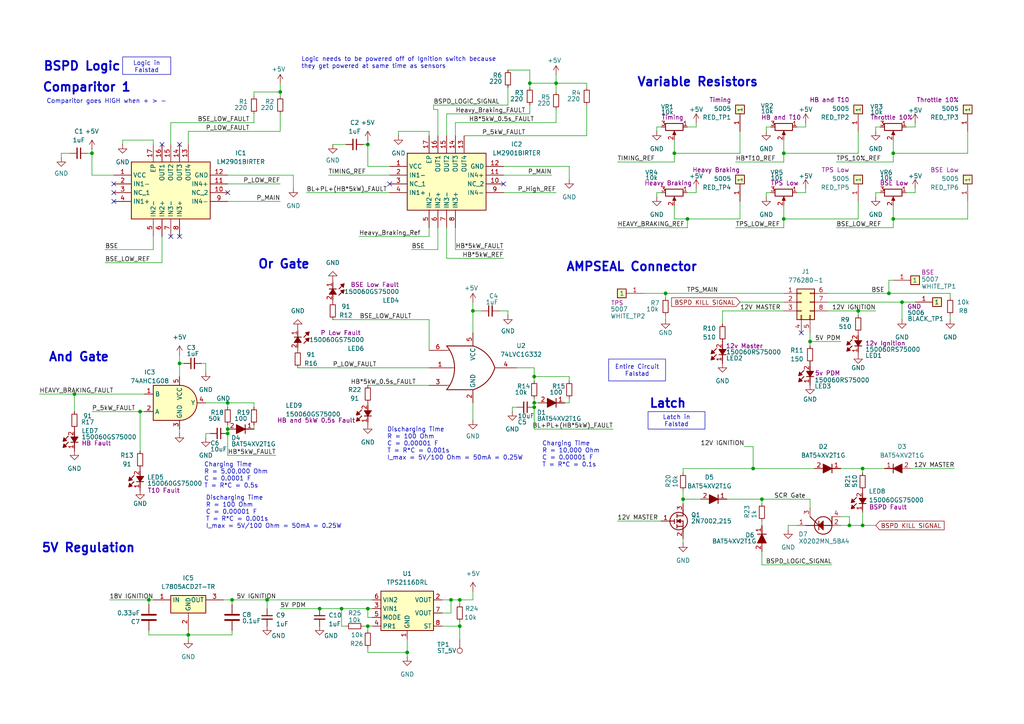
<source format=kicad_sch>
(kicad_sch (version 20250114) (generator "eeschema") (generator_version "9.0")
  (paper "A4")
  (text "5V Regulation" (at 11.938 160.528 0) (effects (font (size 2.54 2.54) (thickness 0.512) (bold yes)) (justify left bottom)))
  (text "Comparitor goes HIGH when + > -\n" (at 13.462 28.702 0) (effects (font (size 1.27 1.27)) (justify left top)))
  (text "Or Gate" (at 74.676 78.232 0) (effects (font (size 2.54 2.54) (thickness 0.512) (bold yes)) (justify left bottom)))
  (text "Comparitor 1" (at 12.192 26.924 0) (effects (font (size 2.54 2.54) (thickness 0.512) (bold yes)) (justify left bottom)))
  (text "Discharging Time\nR = 100 Ohm\nC = 0.00001 F\nT = R*C = 0.001s\nI_max = 5V/100 Ohm = 50mA = 0.25W" (at 59.69 143.764 0) (effects (font (size 1.27 1.27)) (justify left top)))
  (text "Variable Resistors" (at 184.658 25.4 0) (effects (font (size 2.54 2.54) (thickness 0.512) (bold yes)) (justify left bottom)))
  (text "Logic needs to be powered off of Ignition switch because \nthey get powered at same time as sensors" (at 87.376 16.51 0) (effects (font (size 1.27 1.27)) (justify left top)))
  (text "AMPSEAL Connector" (at 164.084 78.994 0) (effects (font (size 2.54 2.54) (thickness 0.512) (bold yes)) (justify left bottom)))
  (text "Discharging Time\nR = 100 Ohm\nC = 0.00001 F\nT = R*C = 0.001s\nI_max = 5V/100 Ohm = 50mA = 0.25W" (at 112.268 123.952 0) (effects (font (size 1.27 1.27)) (justify left top)))
  (text "Charging Time\nR = 5,00,000 Ohm\nC = 0.0001 F\nT = R*C = 0.5s" (at 59.182 134.112 0) (effects (font (size 1.27 1.27)) (justify left top)))
  (text "Latch" (at 188.214 118.618 0) (effects (font (size 2.54 2.54) (thickness 0.512) (bold yes)) (justify left bottom)))
  (text "And Gate" (at 13.97 105.156 0) (effects (font (size 2.54 2.54) (thickness 0.512) (bold yes)) (justify left bottom)))
  (text "BSPD Logic" (at 12.446 20.828 0) (effects (font (size 2.54 2.54) (thickness 0.512) (bold yes)) (justify left bottom)))
  (text "Charging Time\nR = 10,000 Ohm\nC = 0.00001 F\nT = R*C = 0.1s" (at 157.226 128.016 0) (effects (font (size 1.27 1.27)) (justify left top)))
  (text_box "Logic in Falstad" (at 35.56 16.51 0) (size 13.97 5.08) (margins 0.9525 0.9525 0.9525 0.9525) (effects (font (size 1.27 1.27)) (justify top)))
  (text_box "Latch in Falstad" (at 187.96 119.38 0) (size 16.51 5.08) (margins 0.9525 0.9525 0.9525 0.9525) (effects (font (size 1.27 1.27))))
  (text_box "Entire Circuit\nFalstad" (at 176.53 104.14 0) (size 16.51 6.35) (margins 0.9525 0.9525 0.9525 0.9525) (effects (font (size 1.27 1.27))))
  (junction (at 81.28 26.67))
  (junction (at 133.35 181.61))
  (junction (at 227.33 63.5))
  (junction (at 234.95 99.06))
  (junction (at 250.19 152.4))
  (junction (at 193.04 85.09))
  (junction (at 26.67 44.45))
  (junction (at 106.68 181.61))
  (junction (at 198.12 144.78))
  (junction (at 67.31 173.99))
  (junction (at 40.64 119.38))
  (junction (at 106.68 41.91))
  (junction (at 259.08 63.5))
  (junction (at 250.19 135.89))
  (junction (at 99.06 176.53))
  (junction (at 137.16 90.17))
  (junction (at 106.68 176.53))
  (junction (at 248.92 90.17))
  (junction (at 218.44 135.89))
  (junction (at 195.58 44.45))
  (junction (at 227.33 44.45))
  (junction (at 220.98 144.78))
  (junction (at 92.71 176.53))
  (junction (at 261.62 87.63))
  (junction (at 66.04 125.73))
  (junction (at 77.47 173.99))
  (junction (at 161.29 24.13))
  (junction (at 66.04 124.46))
  (junction (at 54.61 184.15))
  (junction (at 66.04 116.84))
  (junction (at 259.08 44.45))
  (junction (at 21.59 114.3))
  (junction (at 154.94 109.22))
  (junction (at 130.81 173.99))
  (junction (at 133.35 173.99))
  (junction (at 257.81 85.09))
  (junction (at 43.18 173.99))
  (junction (at 118.11 189.23))
  (junction (at 153.67 24.13))
  (junction (at 154.94 116.84))
  (junction (at 246.38 152.4))
  (junction (at 52.07 105.41))
  (junction (at 154.94 118.11))
  (junction (at 199.39 63.5))
  (no_connect (at 46.99 41.91))
  (no_connect (at 52.07 68.58))
  (no_connect (at 49.53 68.58))
  (no_connect (at 52.07 41.91))
  (no_connect (at 146.05 53.34))
  (no_connect (at 113.03 53.34))
  (no_connect (at 232.41 96.52))
  (no_connect (at 66.04 55.88))
  (no_connect (at 33.02 58.42))
  (no_connect (at 33.02 55.88))
  (no_connect (at 33.02 53.34))
  (wire (pts (xy 146.05 55.88) (xy 161.29 55.88)))
  (wire (pts (xy 243.84 152.4) (xy 246.38 152.4)))
  (wire (pts (xy 213.36 46.99) (xy 227.33 46.99)))
  (wire (pts (xy 52.07 105.41) (xy 52.07 109.22)))
  (wire (pts (xy 161.29 31.75) (xy 161.29 35.56)))
  (wire (pts (xy 106.68 48.26) (xy 113.03 48.26)))
  (wire (pts (xy 227.33 46.99) (xy 227.33 44.45)))
  (wire (pts (xy 179.07 151.13) (xy 191.77 151.13)))
  (wire (pts (xy 129.54 74.93) (xy 146.05 74.93)))
  (wire (pts (xy 195.58 44.45) (xy 214.63 44.45)))
  (wire (pts (xy 195.58 46.99) (xy 195.58 44.45)))
  (wire (pts (xy 228.6 152.4) (xy 228.6 153.67)))
  (wire (pts (xy 59.69 116.84) (xy 66.04 116.84)))
  (wire (pts (xy 242.57 66.04) (xy 259.08 66.04)))
  (wire (pts (xy 125.73 31.75) (xy 127 31.75)))
  (wire (pts (xy 153.67 33.02) (xy 153.67 30.48)))
  (wire (pts (xy 240.03 87.63) (xy 261.62 87.63)))
  (wire (pts (xy 153.67 20.32) (xy 153.67 24.13)))
  (wire (pts (xy 106.68 176.53) (xy 106.68 179.07)))
  (wire (pts (xy 40.64 119.38) (xy 41.91 119.38)))
  (wire (pts (xy 106.68 189.23) (xy 118.11 189.23)))
  (wire (pts (xy 92.71 176.53) (xy 99.06 176.53)))
  (wire (pts (xy 161.29 24.13) (xy 153.67 24.13)))
  (wire (pts (xy 67.31 173.99) (xy 77.47 173.99)))
  (wire (pts (xy 81.28 26.67) (xy 81.28 27.94)))
  (wire (pts (xy 99.06 181.61) (xy 100.33 181.61)))
  (wire (pts (xy 59.69 105.41) (xy 59.69 107.95)))
  (wire (pts (xy 44.45 72.39) (xy 44.45 68.58)))
  (wire (pts (xy 220.98 144.78) (xy 220.98 146.05)))
  (wire (pts (xy 195.58 40.64) (xy 195.58 44.45)))
  (wire (pts (xy 170.18 39.37) (xy 170.18 30.48)))
  (wire (pts (xy 193.04 91.44) (xy 193.04 92.71)))
  (wire (pts (xy 26.67 44.45) (xy 26.67 50.8)))
  (wire (pts (xy 233.68 55.88) (xy 231.14 55.88)))
  (wire (pts (xy 30.48 72.39) (xy 44.45 72.39)))
  (wire (pts (xy 77.47 176.53) (xy 77.47 173.99)))
  (wire (pts (xy 227.33 59.69) (xy 227.33 63.5)))
  (wire (pts (xy 222.25 36.83) (xy 223.52 36.83)))
  (wire (pts (xy 198.12 142.24) (xy 198.12 144.78)))
  (wire (pts (xy 46.99 68.58) (xy 46.99 76.2)))
  (wire (pts (xy 106.68 41.91) (xy 106.68 40.64)))
  (wire (pts (xy 179.07 66.04) (xy 199.39 66.04)))
  (wire (pts (xy 21.59 114.3) (xy 41.91 114.3)))
  (wire (pts (xy 246.38 152.4) (xy 246.38 149.86)))
  (wire (pts (xy 259.08 44.45) (xy 280.67 44.45)))
  (wire (pts (xy 133.35 175.26) (xy 133.35 173.99)))
  (wire (pts (xy 254 36.83) (xy 254 38.1)))
  (wire (pts (xy 147.32 30.48) (xy 125.73 30.48)))
  (wire (pts (xy 137.16 90.17) (xy 137.16 96.52)))
  (wire (pts (xy 154.94 115.57) (xy 154.94 116.84)))
  (wire (pts (xy 53.34 105.41) (xy 52.07 105.41)))
  (wire (pts (xy 154.94 124.46) (xy 154.94 118.11)))
  (wire (pts (xy 88.9 55.88) (xy 113.03 55.88)))
  (wire (pts (xy 240.03 90.17) (xy 248.92 90.17)))
  (wire (pts (xy 227.33 63.5) (xy 248.92 63.5)))
  (wire (pts (xy 261.62 87.63) (xy 265.43 87.63)))
  (wire (pts (xy 259.08 44.45) (xy 259.08 46.99)))
  (wire (pts (xy 257.81 85.09) (xy 275.59 85.09)))
  (wire (pts (xy 66.04 123.19) (xy 66.04 124.46)))
  (wire (pts (xy 242.57 46.99) (xy 259.08 46.99)))
  (wire (pts (xy 233.68 54.61) (xy 233.68 55.88)))
  (wire (pts (xy 66.04 53.34) (xy 81.28 53.34)))
  (wire (pts (xy 257.81 81.28) (xy 257.81 85.09)))
  (wire (pts (xy 261.62 87.63) (xy 261.62 92.71)))
  (wire (pts (xy 96.52 41.91) (xy 100.33 41.91)))
  (wire (pts (xy 137.16 90.17) (xy 139.7 90.17)))
  (wire (pts (xy 59.69 105.41) (xy 58.42 105.41)))
  (wire (pts (xy 105.41 41.91) (xy 106.68 41.91)))
  (wire (pts (xy 214.63 58.42) (xy 214.63 63.5)))
  (wire (pts (xy 275.59 91.44) (xy 275.59 92.71)))
  (wire (pts (xy 104.14 68.58) (xy 124.46 68.58)))
  (wire (pts (xy 59.69 125.73) (xy 59.69 127)))
  (wire (pts (xy 127 72.39) (xy 119.38 72.39)))
  (wire (pts (xy 243.84 149.86) (xy 246.38 149.86)))
  (wire (pts (xy 220.98 151.13) (xy 220.98 152.4)))
  (wire (pts (xy 146.05 72.39) (xy 132.08 72.39)))
  (wire (pts (xy 81.28 26.67) (xy 73.66 26.67)))
  (wire (pts (xy 146.05 48.26) (xy 165.1 48.26)))
  (wire (pts (xy 44.45 40.64) (xy 35.56 40.64)))
  (wire (pts (xy 105.41 181.61) (xy 106.68 181.61)))
  (wire (pts (xy 118.11 185.42) (xy 118.11 189.23)))
  (wire (pts (xy 137.16 116.84) (xy 137.16 121.92)))
  (wire (pts (xy 148.59 118.11) (xy 149.86 118.11)))
  (wire (pts (xy 21.59 119.38) (xy 21.59 114.3)))
  (wire (pts (xy 66.04 124.46) (xy 66.04 125.73)))
  (wire (pts (xy 259.08 66.04) (xy 259.08 63.5)))
  (wire (pts (xy 195.58 59.69) (xy 195.58 63.5)))
  (wire (pts (xy 186.69 85.09) (xy 193.04 85.09)))
  (wire (pts (xy 118.11 189.23) (xy 118.11 190.5)))
  (wire (pts (xy 246.38 152.4) (xy 250.19 152.4)))
  (wire (pts (xy 127 31.75) (xy 127 39.37)))
  (wire (pts (xy 222.25 57.15) (xy 222.25 55.88)))
  (wire (pts (xy 81.28 38.1) (xy 81.28 33.02)))
  (wire (pts (xy 73.66 116.84) (xy 73.66 118.11)))
  (wire (pts (xy 115.57 38.1) (xy 115.57 39.37)))
  (wire (pts (xy 218.44 129.54) (xy 218.44 135.89)))
  (wire (pts (xy 128.27 177.8) (xy 130.81 177.8)))
  (wire (pts (xy 280.67 38.1) (xy 280.67 44.45)))
  (wire (pts (xy 134.62 39.37) (xy 170.18 39.37)))
  (wire (pts (xy 81.28 176.53) (xy 92.71 176.53)))
  (wire (pts (xy 199.39 63.5) (xy 214.63 63.5)))
  (wire (pts (xy 209.55 90.17) (xy 209.55 93.98)))
  (wire (pts (xy 124.46 38.1) (xy 115.57 38.1)))
  (wire (pts (xy 49.53 35.56) (xy 73.66 35.56)))
  (wire (pts (xy 248.92 38.1) (xy 248.92 44.45)))
  (wire (pts (xy 137.16 173.99) (xy 137.16 171.45)))
  (wire (pts (xy 228.6 152.4) (xy 231.14 152.4)))
  (wire (pts (xy 161.29 24.13) (xy 161.29 26.67)))
  (wire (pts (xy 67.31 184.15) (xy 67.31 182.88)))
  (wire (pts (xy 52.07 124.46) (xy 52.07 125.73)))
  (wire (pts (xy 128.27 181.61) (xy 133.35 181.61)))
  (wire (pts (xy 275.59 85.09) (xy 275.59 86.36)))
  (wire (pts (xy 198.12 144.78) (xy 198.12 146.05)))
  (wire (pts (xy 106.68 176.53) (xy 107.95 176.53)))
  (wire (pts (xy 154.94 116.84) (xy 154.94 118.11)))
  (wire (pts (xy 66.04 116.84) (xy 73.66 116.84)))
  (wire (pts (xy 222.25 38.1) (xy 222.25 36.83)))
  (wire (pts (xy 250.19 135.89) (xy 250.19 137.16)))
  (wire (pts (xy 264.16 135.89) (xy 276.86 135.89)))
  (wire (pts (xy 213.36 66.04) (xy 227.33 66.04)))
  (wire (pts (xy 179.07 46.99) (xy 195.58 46.99)))
  (wire (pts (xy 165.1 116.84) (xy 163.83 116.84)))
  (wire (pts (xy 190.5 55.88) (xy 190.5 57.15)))
  (wire (pts (xy 161.29 24.13) (xy 161.29 21.59)))
  (wire (pts (xy 190.5 36.83) (xy 190.5 38.1)))
  (wire (pts (xy 26.67 44.45) (xy 26.67 43.18)))
  (wire (pts (xy 133.35 173.99) (xy 137.16 173.99)))
  (wire (pts (xy 257.81 81.28) (xy 259.08 81.28)))
  (wire (pts (xy 218.44 135.89) (xy 236.22 135.89)))
  (wire (pts (xy 30.48 76.2) (xy 46.99 76.2)))
  (wire (pts (xy 148.59 118.11) (xy 148.59 119.38)))
  (wire (pts (xy 124.46 39.37) (xy 124.46 38.1)))
  (wire (pts (xy 66.04 116.84) (xy 66.04 118.11)))
  (wire (pts (xy 106.68 111.76) (xy 124.46 111.76)))
  (wire (pts (xy 191.77 36.83) (xy 190.5 36.83)))
  (wire (pts (xy 265.43 35.56) (xy 265.43 36.83)))
  (wire (pts (xy 257.81 85.09) (xy 240.03 85.09)))
  (wire (pts (xy 170.18 24.13) (xy 170.18 25.4)))
  (wire (pts (xy 241.3 163.83) (xy 220.98 163.83)))
  (wire (pts (xy 146.05 50.8) (xy 160.02 50.8)))
  (wire (pts (xy 201.93 55.88) (xy 199.39 55.88)))
  (wire (pts (xy 195.58 63.5) (xy 199.39 63.5)))
  (wire (pts (xy 99.06 176.53) (xy 99.06 181.61)))
  (wire (pts (xy 153.67 24.13) (xy 153.67 25.4)))
  (wire (pts (xy 77.47 173.99) (xy 107.95 173.99)))
  (wire (pts (xy 106.68 189.23) (xy 106.68 187.96)))
  (wire (pts (xy 259.08 59.69) (xy 259.08 63.5)))
  (wire (pts (xy 201.93 36.83) (xy 199.39 36.83)))
  (wire (pts (xy 54.61 38.1) (xy 54.61 41.91)))
  (wire (pts (xy 106.68 182.88) (xy 106.68 181.61)))
  (wire (pts (xy 95.25 50.8) (xy 113.03 50.8)))
  (wire (pts (xy 227.33 44.45) (xy 248.92 44.45)))
  (wire (pts (xy 147.32 25.4) (xy 147.32 30.48)))
  (wire (pts (xy 132.08 35.56) (xy 132.08 39.37)))
  (wire (pts (xy 85.09 50.8) (xy 85.09 54.61)))
  (wire (pts (xy 81.28 26.67) (xy 81.28 24.13)))
  (wire (pts (xy 106.68 41.91) (xy 106.68 48.26)))
  (wire (pts (xy 133.35 180.34) (xy 133.35 181.61)))
  (wire (pts (xy 26.67 50.8) (xy 33.02 50.8)))
  (wire (pts (xy 259.08 63.5) (xy 280.67 63.5)))
  (wire (pts (xy 132.08 35.56) (xy 161.29 35.56)))
  (wire (pts (xy 86.36 106.68) (xy 124.46 106.68)))
  (wire (pts (xy 106.68 179.07) (xy 107.95 179.07)))
  (wire (pts (xy 165.1 48.26) (xy 165.1 52.07)))
  (wire (pts (xy 265.43 55.88) (xy 262.89 55.88)))
  (wire (pts (xy 280.67 58.42) (xy 280.67 63.5)))
  (wire (pts (xy 25.4 44.45) (xy 26.67 44.45)))
  (wire (pts (xy 254 55.88) (xy 254 57.15)))
  (wire (pts (xy 193.04 85.09) (xy 227.33 85.09)))
  (wire (pts (xy 214.63 87.63) (xy 227.33 87.63)))
  (wire (pts (xy 234.95 96.52) (xy 234.95 99.06)))
  (wire (pts (xy 99.06 176.53) (xy 106.68 176.53)))
  (wire (pts (xy 248.92 58.42) (xy 248.92 63.5)))
  (wire (pts (xy 149.86 106.68) (xy 154.94 106.68)))
  (wire (pts (xy 49.53 41.91) (xy 49.53 35.56)))
  (wire (pts (xy 154.94 116.84) (xy 156.21 116.84)))
  (wire (pts (xy 129.54 66.04) (xy 129.54 74.93)))
  (wire (pts (xy 52.07 102.87) (xy 52.07 105.41)))
  (wire (pts (xy 129.54 33.02) (xy 153.67 33.02)))
  (wire (pts (xy 259.08 40.64) (xy 259.08 44.45)))
  (wire (pts (xy 66.04 132.08) (xy 66.04 125.73)))
  (wire (pts (xy 129.54 39.37) (xy 129.54 33.02)))
  (wire (pts (xy 130.81 177.8) (xy 130.81 173.99)))
  (wire (pts (xy 191.77 55.88) (xy 190.5 55.88)))
  (wire (pts (xy 154.94 109.22) (xy 154.94 110.49)))
  (wire (pts (xy 154.94 109.22) (xy 165.1 109.22)))
  (wire (pts (xy 215.9 129.54) (xy 218.44 129.54)))
  (wire (pts (xy 11.43 114.3) (xy 21.59 114.3)))
  (wire (pts (xy 44.45 41.91) (xy 44.45 40.64)))
  (wire (pts (xy 125.73 30.48) (xy 125.73 31.75)))
  (wire (pts (xy 43.18 173.99) (xy 31.75 173.99)))
  (wire (pts (xy 43.18 182.88) (xy 43.18 184.15)))
  (wire (pts (xy 73.66 35.56) (xy 73.66 33.02)))
  (wire (pts (xy 227.33 66.04) (xy 227.33 63.5)))
  (wire (pts (xy 165.1 116.84) (xy 165.1 115.57)))
  (wire (pts (xy 170.18 24.13) (xy 161.29 24.13)))
  (wire (pts (xy 250.19 148.59) (xy 250.19 152.4)))
  (wire (pts (xy 147.32 90.17) (xy 147.32 91.44)))
  (wire (pts (xy 26.67 119.38) (xy 40.64 119.38)))
  (wire (pts (xy 193.04 86.36) (xy 193.04 85.09)))
  (wire (pts (xy 255.27 55.88) (xy 254 55.88)))
  (wire (pts (xy 198.12 156.21) (xy 198.12 157.48)))
  (wire (pts (xy 234.95 99.06) (xy 234.95 100.33)))
  (wire (pts (xy 177.8 124.46) (xy 154.94 124.46)))
  (wire (pts (xy 250.19 152.4) (xy 254 152.4)))
  (wire (pts (xy 198.12 144.78) (xy 203.2 144.78)))
  (wire (pts (xy 130.81 173.99) (xy 133.35 173.99)))
  (wire (pts (xy 17.78 45.72) (xy 17.78 44.45)))
  (wire (pts (xy 66.04 58.42) (xy 81.28 58.42)))
  (wire (pts (xy 243.84 135.89) (xy 250.19 135.89)))
  (wire (pts (xy 40.64 119.38) (xy 40.64 130.81)))
  (wire (pts (xy 165.1 110.49) (xy 165.1 109.22)))
  (wire (pts (xy 59.69 125.73) (xy 60.96 125.73)))
  (wire (pts (xy 132.08 72.39) (xy 132.08 66.04)))
  (wire (pts (xy 54.61 38.1) (xy 81.28 38.1)))
  (wire (pts (xy 128.27 173.99) (xy 130.81 173.99)))
  (wire (pts (xy 265.43 54.61) (xy 265.43 55.88)))
  (wire (pts (xy 124.46 66.04) (xy 124.46 68.58)))
  (wire (pts (xy 210.82 144.78) (xy 220.98 144.78)))
  (wire (pts (xy 54.61 184.15) (xy 67.31 184.15)))
  (wire (pts (xy 255.27 36.83) (xy 254 36.83)))
  (wire (pts (xy 144.78 90.17) (xy 147.32 90.17)))
  (wire (pts (xy 35.56 40.64) (xy 35.56 41.91)))
  (wire (pts (xy 214.63 38.1) (xy 214.63 44.45)))
  (wire (pts (xy 54.61 182.88) (xy 54.61 184.15)))
  (wire (pts (xy 201.93 54.61) (xy 201.93 55.88)))
  (wire (pts (xy 66.04 50.8) (xy 85.09 50.8)))
  (wire (pts (xy 227.33 40.64) (xy 227.33 44.45)))
  (wire (pts (xy 54.61 184.15) (xy 43.18 184.15)))
  (wire (pts (xy 73.66 124.46) (xy 73.66 123.19)))
  (wire (pts (xy 124.46 92.71) (xy 124.46 101.6)))
  (wire (pts (xy 64.77 173.99) (xy 67.31 173.99)))
  (wire (pts (xy 199.39 66.04) (xy 199.39 63.5)))
  (wire (pts (xy 233.68 36.83) (xy 231.14 36.83)))
  (wire (pts (xy 73.66 26.67) (xy 73.66 27.94)))
  (wire (pts (xy 234.95 144.78) (xy 234.95 147.32)))
  (wire (pts (xy 133.35 181.61) (xy 133.35 185.42)))
  (wire (pts (xy 250.19 135.89) (xy 256.54 135.89)))
  (wire (pts (xy 198.12 137.16) (xy 198.12 135.89)))
  (wire (pts (xy 80.01 132.08) (xy 66.04 132.08)))
  (wire (pts (xy 43.18 175.26) (xy 43.18 173.99)))
  (wire (pts (xy 147.32 20.32) (xy 153.67 20.32)))
  (wire (pts (xy 254 90.17) (xy 248.92 90.17)))
  (wire (pts (xy 265.43 36.83) (xy 262.89 36.83)))
  (wire (pts (xy 209.55 90.17) (xy 227.33 90.17)))
  (wire (pts (xy 137.16 87.63) (xy 137.16 90.17)))
  (wire (pts (xy 67.31 175.26) (xy 67.31 173.99)))
  (wire (pts (xy 17.78 44.45) (xy 20.32 44.45)))
  (wire (pts (xy 222.25 55.88) (xy 223.52 55.88)))
  (wire (pts (xy 154.94 106.68) (xy 154.94 109.22)))
  (wire (pts (xy 198.12 135.89) (xy 218.44 135.89)))
  (wire (pts (xy 243.84 99.06) (xy 234.95 99.06)))
  (wire (pts (xy 248.92 90.17) (xy 248.92 91.44)))
  (wire (pts (xy 43.18 173.99) (xy 44.45 173.99)))
  (wire (pts (xy 54.61 185.42) (xy 54.61 184.15)))
  (wire (pts (xy 233.68 35.56) (xy 233.68 36.83)))
  (wire (pts (xy 201.93 35.56) (xy 201.93 36.83)))
  (wire (pts (xy 106.68 181.61) (xy 107.95 181.61)))
  (wire (pts (xy 127 66.04) (xy 127 72.39)))
  (wire (pts (xy 220.98 144.78) (xy 234.95 144.78)))
  (wire (pts (xy 220.98 163.83) (xy 220.98 160.02)))
  (wire (pts (xy 96.52 92.71) (xy 124.46 92.71)))
  (label "TIMING_REF" (at 179.07 46.99 0))
  (label "BL+PL+(HB*5kW)_FAULT" (at 177.8 124.46 180))
  (label "P_LOW_FAULT" (at 72.39 38.1 180))
  (label "5V PDM" (at 243.84 99.06 180))
  (label "Heavy_Braking_FAULT" (at 152.4 33.02 180))
  (label "P_MAIN" (at 81.28 58.42 180))
  (label "BSE_LOW_FAULT" (at 119.38 92.71 180))
  (label "SCR Gate" (at 233.68 144.78 180))
  (label "18V IGNITION" (at 31.75 173.99 0))
  (label "BSE_LOW_REF" (at 242.57 66.04 0))
  (label "BSPD_LOGIC_SIGNAL" (at 125.73 30.48 0))
  (label "12V MASTER" (at 276.86 135.89 180))
  (label "5V IGNITION" (at 68.58 173.99 0))
  (label "HEAVY_BRAKING_FAULT" (at 11.43 114.3 0))
  (label "BSE_LOW_FAULT" (at 72.39 35.56 180))
  (label "HB*5kW_0.5s_FAULT" (at 154.94 35.56 180))
  (label "12V MASTER" (at 179.07 151.13 0))
  (label "BSE_LOW_REF" (at 30.48 76.2 0))
  (label "5V PDM" (at 81.28 176.53 0))
  (label "12V MASTER" (at 214.63 90.17 0))
  (label "BSE" (at 119.38 72.39 0))
  (label "TPS_10%_REF" (at 242.57 46.99 0))
  (label "BSE" (at 30.48 72.39 0))
  (label "BL+PL+(HB*5kW)_FAULT" (at 88.9 55.88 0))
  (label "HB*5kW_REF" (at 146.05 74.93 180))
  (label "P_High_REF" (at 161.29 55.88 180))
  (label "12V IGNITION" (at 254 90.17 180))
  (label "HB*5kW_FAULT" (at 80.01 132.08 180))
  (label "HB*5kW_FAULT" (at 146.05 72.39 180))
  (label "P_5kW_FAULT" (at 152.4 39.37 180))
  (label "BSE" (at 252.73 85.09 0))
  (label "Heavy_Braking_Ref" (at 104.14 68.58 0))
  (label "TIMING_REF" (at 95.25 50.8 0))
  (label "TPS_MAIN" (at 208.28 85.09 180))
  (label "TPS_LOW_REF" (at 213.36 66.04 0))
  (label "P_MAIN" (at 160.02 50.8 180))
  (label "P_5kW_FAULT" (at 26.67 119.38 0))
  (label "BSPD_LOGIC_SIGNAL" (at 241.3 163.83 180))
  (label "12V IGNITION" (at 215.9 129.54 180))
  (label "HB*5kW_0.5s_FAULT" (at 120.65 111.76 180))
  (label "HEAVY_BRAKING_REF" (at 179.07 66.04 0))
  (label "HB*T10_REF" (at 213.36 46.99 0))
  (label "P_LOW_FAULT" (at 109.22 106.68 180))
  (label "P_LOW_REF" (at 81.28 53.34 180))
  (global_label "BSPD KILL SIGNAL" (shape input) (at 214.63 87.63 180) (property "Intersheetrefs" "${INTERSHEET_REFS}" (effects (hide yes))))
  (global_label "BSPD KILL SIGNAL" (shape input) (at 254 152.4 0) (property "Intersheetrefs" "${INTERSHEET_REFS}" (effects (hide yes))))
  (symbol (lib_id "SDM_TESTPOINT:5007") (at 259.08 81.28 0) (unit 1)
    (property "Reference" "WHITE_TP1" (at 277.368 83.058 0) (effects (justify right)))
    (property "Value" "5007" (at 272.288 81.026 0) (effects (justify right)))
    (property "Footprint" "SDM_MiscFootprint:5007" (effects (hide yes)))
    (property "Datasheet" "https://www.keyelco.com/product-pdf.cfm?p=1316" (effects (hide yes)))
    (property "Description" "Test Point, PC, Snap in Mounting,  Compact, White Base" (effects (hide yes)))
    (property "Measure" "BSE" (at 271.018 78.994 0) (effects (justify right)))
    (property "Height" "5.59" (effects (hide yes)))
    (property "Mouser Part Number" "534-5007" (effects (hide yes)))
    (property "Mouser Price/Stock" "https://www.mouser.co.uk/ProductDetail/Keystone-Electronics/5007?qs=q0tsjPZWdm%2FR8ZVOxrSXrQ%3D%3D" (effects (hide yes)))
    (property "Manufacturer_Name" "Keystone Electronics" (effects (hide yes)))
    (property "Manufacturer_Part_Number" "5007" (effects (hide yes)))
  )
  (symbol (lib_id "74xGxx:74LVC1G332") (at 137.16 106.68 0) (unit 1)
    (property "Reference" "U2" (at 151.13 100.2598 0))
    (property "Value" "74LVC1G332" (at 151.13 102.7998 0))
    (property "Datasheet" "http://www.ti.com/lit/sg/scyt129e/scyt129e.pdf" (effects (hide yes)))
    (property "Description" "Single OR 3-Input Gate, Low-Voltage CMOS" (effects (hide yes)))
  )
  (symbol (lib_id "Device:R_Small") (at 86.36 104.14 0) (mirror y) (unit 1)
    (property "Reference" "R16" (at 90.17 105.41 0))
    (property "Value" "91" (at 90.17 102.87 0))
    (property "Footprint" "Resistor_SMD:R_0603_1608Metric" (effects (hide yes)))
    (property "Description" "Resistor, small symbol" (effects (hide yes)))
  )
  (symbol (lib_id "SDM_TESTPOINT:5005") (at 214.63 58.42 90) (unit 1)
    (property "Reference" "RED_TP4" (at 212.09 54.356 90) (effects (justify left)))
    (property "Value" "5005" (at 212.09 51.816 90) (effects (justify left)))
    (property "Footprint" "SDM_MiscFootprint:5005" (effects (hide yes)))
    (property "Datasheet" "http://www.keyelco.com/product-pdf.cfm?p=1314" (effects (hide yes)))
    (property "Description" "Test Point, PC, Snap in Mounting,  Compact, Red Base" (effects (hide yes)))
    (property "Measure" "Heavy Braking" (at 214.63 49.276 90) (effects (justify left)))
    (property "Mouser Part Number" "534-5005" (effects (hide yes)))
    (property "Mouser Price/Stock" "https://www.mouser.co.uk/ProductDetail/Keystone-Electronics/5005?qs=q0tsjPZWdm%252BiIco20yB3BQ%3D%3D" (effects (hide yes)))
    (property "Manufacturer_Name" "Keystone Electronics" (effects (hide yes)))
    (property "Manufacturer_Part_Number" "5005" (effects (hide yes)))
  )
  (symbol (lib_id "power:GND") (at 52.07 125.73 0) (unit 1)
    (property "Reference" "#PWR029" (effects (hide yes)))
    (property "Value" "GND" (at 64.77 115.57 0))
    (property "Description" "Power symbol creates a global label with name \"GND\" , ground" (effects (hide yes)))
  )
  (symbol (lib_id "power:GND") (at 35.56 41.91 0) (unit 1)
    (property "Reference" "#PWR09" (effects (hide yes)))
    (property "Value" "GND" (at 35.56 46.99 0))
    (property "Description" "Power symbol creates a global label with name \"GND\" , ground" (effects (hide yes)))
  )
  (symbol (lib_id "power:+5V") (at 26.67 43.18 0) (unit 1)
    (property "Reference" "#PWR010" (effects (hide yes)))
    (property "Value" "+5V" (at 26.67 38.1 0))
    (property "Description" "Power symbol creates a global label with name \"+5V\"" (effects (hide yes)))
  )
  (symbol (lib_id "power:GND") (at 261.62 92.71 0) (unit 1)
    (property "Reference" "#PWR022" (effects (hide yes)))
    (property "Value" "GND" (at 261.62 97.79 0))
    (property "Description" "Power symbol creates a global label with name \"GND\" , ground" (effects (hide yes)))
  )
  (symbol (lib_id "power:GND") (at 248.92 102.87 0) (unit 1)
    (property "Reference" "#PWR026" (effects (hide yes)))
    (property "Value" "GND" (at 248.92 106.68 0))
    (property "Description" "Power symbol creates a global label with name \"GND\" , ground" (effects (hide yes)))
  )
  (symbol (lib_id "SDM_TESTPOINT:5005") (at 248.92 38.1 90) (unit 1)
    (property "Reference" "RED_TP2" (at 246.38 34.036 90) (effects (justify left)))
    (property "Value" "5005" (at 246.38 31.496 90) (effects (justify left)))
    (property "Footprint" "SDM_MiscFootprint:5005" (effects (hide yes)))
    (property "Datasheet" "http://www.keyelco.com/product-pdf.cfm?p=1314" (effects (hide yes)))
    (property "Description" "Test Point, PC, Snap in Mounting,  Compact, Red Base" (effects (hide yes)))
    (property "Measure" "HB and T10" (at 246.38 28.956 90) (effects (justify left)))
    (property "Mouser Part Number" "534-5005" (effects (hide yes)))
    (property "Mouser Price/Stock" "https://www.mouser.co.uk/ProductDetail/Keystone-Electronics/5005?qs=q0tsjPZWdm%252BiIco20yB3BQ%3D%3D" (effects (hide yes)))
    (property "Manufacturer_Name" "Keystone Electronics" (effects (hide yes)))
    (property "Manufacturer_Part_Number" "5005" (effects (hide yes)))
  )
  (symbol (lib_id "power:GND") (at 190.5 38.1 0) (unit 1)
    (property "Reference" "#PWR012" (effects (hide yes)))
    (property "Value" "GND" (at 190.5 43.18 0))
    (property "Description" "Power symbol creates a global label with name \"GND\" , ground" (effects (hide yes)))
  )
  (symbol (lib_id "SDM_DIODES:BAT54XV2T1G") (at 163.83 116.84 180) (unit 1)
    (property "Reference" "D1" (at 155.702 119.634 0) (effects (justify right)))
    (property "Value" "BAT54XV2T1G" (at 155.702 121.412 0) (effects (justify right)))
    (property "Footprint" "SDM_MiscFootprint:SODFL1608X70N" (effects (hide yes)))
    (property "Datasheet" "https://www.onsemi.com/pub/Collateral/BAT54XV2T1-D.PDF" (effects (hide yes)))
    (property "Description" "These Devices are Pb-Free, Halogen Free/BFR Free and are RoHS Compliant; S Prefix for Automotive and Other Applications Requiring Unique Site and Control Change Requirements; AECQ101 Qualified and PPAP Capable ; Lower forward voltage (VF)" (effects (hide yes)))
    (property "Height" "0.7" (effects (hide yes)))
    (property "Mouser Part Number" "863-BAT54XV2T1G" (effects (hide yes)))
    (property "Mouser Price/Stock" "https://www.mouser.co.uk/ProductDetail/onsemi/BAT54XV2T1G?qs=vLkC5FC1VN8vpceP7xcdrw%3D%3D" (effects (hide yes)))
    (property "Manufacturer_Name" "onsemi" (effects (hide yes)))
    (property "Manufacturer_Part_Number" "BAT54XV2T1G" (effects (hide yes)))
  )
  (symbol (lib_id "power:GND") (at 96.52 41.91 0) (unit 1)
    (property "Reference" "#PWR02" (effects (hide yes)))
    (property "Value" "GND" (at 96.52 46.482 0))
    (property "Description" "Power symbol creates a global label with name \"GND\" , ground" (effects (hide yes)))
  )
  (symbol (lib_id "power:GND") (at 86.36 95.25 180) (unit 1)
    (property "Reference" "#PWR035" (effects (hide yes)))
    (property "Value" "GND" (at 86.36 90.17 0))
    (property "Description" "Power symbol creates a global label with name \"GND\" , ground" (effects (hide yes)))
  )
  (symbol (lib_id "SDM_LED:150060GS75000") (at 250.19 146.05 90) (unit 1)
    (property "Reference" "LED8" (at 251.968 142.494 90) (effects (justify right)))
    (property "Value" "150060GS75000" (at 251.968 145.034 90) (effects (justify right)))
    (property "Footprint" "SDM_MiscFootprint:LEDC1608X80N" (effects (hide yes)))
    (property "Datasheet" "https://componentsearchengine.com/Datasheets/2/150060GS75000.pdf" (effects (hide yes)))
    (property "Description" "Wurth Elektronik WL-SMCW 520 nm Green LED, 1608 (0603) Clear SMD package" (effects (hide yes)))
    (property "Color" "Green" (effects (hide yes)))
    (property "Height" "0.8" (effects (hide yes)))
    (property "Mouser Part Number" "710-150060GS75000" (effects (hide yes)))
    (property "Mouser Price/Stock" "https://www.mouser.co.uk/ProductDetail/Wurth-Elektronik/150060GS75000?qs=LlUlMxKIyB0UYkq5lDO8nA%3D%3D" (effects (hide yes)))
    (property "Manufacturer_Name" "Wurth Elektronik" (effects (hide yes)))
    (property "Manufacturer_Part_Number" "150060GS75000" (effects (hide yes)))
    (property "Measure" "BSPD Fault" (at 257.556 147.066 90))
  )
  (symbol (lib_id "SDM_LED:150060GS75000") (at 96.52 83.82 270) (unit 1)
    (property "Reference" "LED4" (at 115.824 87.122 90) (effects (justify right)))
    (property "Value" "150060GS75000" (at 115.824 84.582 90) (effects (justify right)))
    (property "Footprint" "SDM_MiscFootprint:LEDC1608X80N" (effects (hide yes)))
    (property "Datasheet" "https://componentsearchengine.com/Datasheets/2/150060GS75000.pdf" (effects (hide yes)))
    (property "Description" "Wurth Elektronik WL-SMCW 520 nm Green LED, 1608 (0603) Clear SMD package" (effects (hide yes)))
    (property "Color" "Green" (effects (hide yes)))
    (property "Height" "0.8" (effects (hide yes)))
    (property "Mouser Part Number" "710-150060GS75000" (effects (hide yes)))
    (property "Mouser Price/Stock" "https://www.mouser.co.uk/ProductDetail/Wurth-Elektronik/150060GS75000?qs=LlUlMxKIyB0UYkq5lDO8nA%3D%3D" (effects (hide yes)))
    (property "Manufacturer_Name" "Wurth Elektronik" (effects (hide yes)))
    (property "Manufacturer_Part_Number" "150060GS75000" (effects (hide yes)))
    (property "Measure" "BSE Low Fault" (at 108.712 82.55 90))
  )
  (symbol (lib_id "SDM_TESTPOINT:5007") (at 186.69 85.09 180) (unit 1)
    (property "Reference" "WHITE_TP2" (at 187.198 91.694 0) (effects (justify left)))
    (property "Value" "5007" (at 182.118 89.662 0) (effects (justify left)))
    (property "Footprint" "SDM_MiscFootprint:5007" (effects (hide yes)))
    (property "Datasheet" "https://www.keyelco.com/product-pdf.cfm?p=1316" (effects (hide yes)))
    (property "Description" "Test Point, PC, Snap in Mounting,  Compact, White Base" (effects (hide yes)))
    (property "Measure" "TPS" (at 180.848 87.884 0) (effects (justify left)))
    (property "Height" "5.59" (effects (hide yes)))
    (property "Mouser Part Number" "534-5007" (effects (hide yes)))
    (property "Mouser Price/Stock" "https://www.mouser.co.uk/ProductDetail/Keystone-Electronics/5007?qs=q0tsjPZWdm%2FR8ZVOxrSXrQ%3D%3D" (effects (hide yes)))
    (property "Manufacturer_Name" "Keystone Electronics" (effects (hide yes)))
    (property "Manufacturer_Part_Number" "5007" (effects (hide yes)))
  )
  (symbol (lib_id "Device:R_Small") (at 153.67 27.94 0) (unit 1)
    (property "Reference" "R3" (at 150.622 26.924 0))
    (property "Value" "220" (at 149.86 28.702 0))
    (property "Footprint" "Resistor_SMD:R_0603_1608Metric" (effects (hide yes)))
    (property "Description" "Resistor, small symbol" (effects (hide yes)))
  )
  (symbol (lib_id "Device:R_Small") (at 170.18 27.94 0) (unit 1)
    (property "Reference" "R4" (at 167.132 26.924 0))
    (property "Value" "220" (at 166.37 28.702 0))
    (property "Footprint" "Resistor_SMD:R_0603_1608Metric" (effects (hide yes)))
    (property "Description" "Resistor, small symbol" (effects (hide yes)))
  )
  (symbol (lib_id "Device:R_Small") (at 161.29 29.21 0) (unit 1)
    (property "Reference" "R5" (at 158.242 28.194 0))
    (property "Value" "220" (at 157.734 29.972 0))
    (property "Footprint" "Resistor_SMD:R_0603_1608Metric" (effects (hide yes)))
    (property "Description" "Resistor, small symbol" (effects (hide yes)))
  )
  (symbol (lib_id "SDM_VARIABLE_RESISTOR:3386P-1-103TLF") (at 255.27 55.88 0) (unit 1)
    (property "Reference" "VR6" (at 257.048 50.038 0))
    (property "Value" "10k" (at 257.048 51.562 0))
    (property "Footprint" "SDM_MiscFootprint:3386P1103TLF" (effects (hide yes)))
    (property "Datasheet" "https://www.mouser.com/datasheet/2/54/3386-776606.pdf" (effects (hide yes)))
    (property "Description" "Trimmer Resistors - Through Hole" (effects (hide yes)))
    (property "Height" "4.83" (effects (hide yes)))
    (property "Mouser Part Number" "652-3386P-1-103TLF" (effects (hide yes)))
    (property "Mouser Price/Stock" "https://www.mouser.co.uk/ProductDetail/Bourns/3386P-1-103TLF?qs=m2uG%2FFdTAPW0l2ELvsEvlA%3D%3D" (effects (hide yes)))
    (property "Manufacturer_Name" "Bourns" (effects (hide yes)))
    (property "Manufacturer_Part_Number" "3386P-1-103TLF" (effects (hide yes)))
    (property "Measure" "BSE Low" (at 259.334 53.086 0))
  )
  (symbol (lib_id "SDM_VARIABLE_RESISTOR:3386P-1-103TLF") (at 255.27 36.83 0) (unit 1)
    (property "Reference" "VR3" (at 254.254 30.988 0))
    (property "Value" "10k" (at 254.254 32.512 0))
    (property "Footprint" "SDM_MiscFootprint:3386P1103TLF" (effects (hide yes)))
    (property "Datasheet" "https://www.mouser.com/datasheet/2/54/3386-776606.pdf" (effects (hide yes)))
    (property "Description" "Trimmer Resistors - Through Hole" (effects (hide yes)))
    (property "Height" "4.83" (effects (hide yes)))
    (property "Mouser Part Number" "652-3386P-1-103TLF" (effects (hide yes)))
    (property "Mouser Price/Stock" "https://www.mouser.co.uk/ProductDetail/Bourns/3386P-1-103TLF?qs=m2uG%2FFdTAPW0l2ELvsEvlA%3D%3D" (effects (hide yes)))
    (property "Manufacturer_Name" "Bourns" (effects (hide yes)))
    (property "Manufacturer_Part_Number" "3386P-1-103TLF" (effects (hide yes)))
    (property "Measure" "Throttle 10%" (at 258.572 34.036 0))
  )
  (symbol (lib_id "Device:R_Small") (at 248.92 93.98 0) (mirror x) (unit 1)
    (property "Reference" "R9" (at 245.11 92.71 0))
    (property "Value" "510" (at 245.11 94.742 0))
    (property "Footprint" "Resistor_SMD:R_0603_1608Metric" (effects (hide yes)))
    (property "Description" "Resistor, small symbol" (effects (hide yes)))
  )
  (symbol (lib_id "power:GND") (at 254 57.15 0) (unit 1)
    (property "Reference" "#PWR018" (effects (hide yes)))
    (property "Value" "GND" (at 254 62.23 0))
    (property "Description" "Power symbol creates a global label with name \"GND\" , ground" (effects (hide yes)))
  )
  (symbol (lib_id "SDM_SCR:X0202MN_5BA4") (at 245.11 152.4 180) (unit 1)
    (property "Reference" "D7" (at 232.918 154.94 0))
    (property "Value" "X0202MN_5BA4" (at 239.014 156.972 0))
    (property "Footprint" "SDM_MiscFootprint:SOT230P700X190-4N" (effects (hide yes)))
    (property "Datasheet" "http://www.st.com/st-web-ui/static/active/en/resource/technical/document/datasheet/CD00002274.pdf" (effects (hide yes)))
    (property "Description" "STMICROELECTRONICS - X0202MN 5BA4 - SCR THYRISTOR, 800mA, 600V, SOT-223" (effects (hide yes)))
    (property "Height" "1.9" (effects (hide yes)))
    (property "Mouser Part Number" "511-X0202MN" (effects (hide yes)))
    (property "Mouser Price/Stock" "https://www.mouser.co.uk/ProductDetail/STMicroelectronics/X0202MN-5BA4?qs=gSSIpVhvwUnb%2FPyS6HoGFw%3D%3D" (effects (hide yes)))
    (property "Manufacturer_Name" "STMicroelectronics" (effects (hide yes)))
    (property "Manufacturer_Part_Number" "X0202MN 5BA4" (effects (hide yes)))
  )
  (symbol (lib_id "power:GND") (at 106.68 123.19 0) (unit 1)
    (property "Reference" "#PWR038" (effects (hide yes)))
    (property "Value" "GND" (at 106.68 128.27 0))
    (property "Description" "Power symbol creates a global label with name \"GND\" , ground" (effects (hide yes)))
  )
  (symbol (lib_id "power:GND") (at 222.25 38.1 0) (unit 1)
    (property "Reference" "#PWR0103" (effects (hide yes)))
    (property "Value" "GND" (at 222.25 43.18 0))
    (property "Description" "Power symbol creates a global label with name \"GND\" , ground" (effects (hide yes)))
  )
  (symbol (lib_id "SDM_LED:150060GS75000") (at 106.68 120.65 90) (unit 1)
    (property "Reference" "LED9" (at 82.804 117.602 90) (effects (justify right)))
    (property "Value" "150060GS75000" (at 82.804 120.142 90) (effects (justify right)))
    (property "Footprint" "SDM_MiscFootprint:LEDC1608X80N" (effects (hide yes)))
    (property "Datasheet" "https://componentsearchengine.com/Datasheets/2/150060GS75000.pdf" (effects (hide yes)))
    (property "Description" "Wurth Elektronik WL-SMCW 520 nm Green LED, 1608 (0603) Clear SMD package" (effects (hide yes)))
    (property "Color" "Green" (effects (hide yes)))
    (property "Height" "0.8" (effects (hide yes)))
    (property "Mouser Part Number" "710-150060GS75000" (effects (hide yes)))
    (property "Mouser Price/Stock" "https://www.mouser.co.uk/ProductDetail/Wurth-Elektronik/150060GS75000?qs=LlUlMxKIyB0UYkq5lDO8nA%3D%3D" (effects (hide yes)))
    (property "Manufacturer_Name" "Wurth Elektronik" (effects (hide yes)))
    (property "Manufacturer_Part_Number" "150060GS75000" (effects (hide yes)))
    (property "Measure" "HB and 5kW 0.5s Fault" (at 91.694 121.92 90))
  )
  (symbol (lib_id "power:+5V") (at 233.68 35.56 0) (unit 1)
    (property "Reference" "#PWR0101" (effects (hide yes)))
    (property "Value" "+5V" (at 233.68 31.75 0))
    (property "Description" "Power symbol creates a global label with name \"+5V\"" (effects (hide yes)))
  )
  (symbol (lib_id "SDM_DIODES:BAT54XV2T1G") (at 210.82 144.78 180) (unit 1)
    (property "Reference" "D5" (at 205.74 138.43 0))
    (property "Value" "BAT54XV2T1G" (at 205.74 140.97 0))
    (property "Footprint" "SDM_MiscFootprint:SODFL1608X70N" (effects (hide yes)))
    (property "Datasheet" "https://www.onsemi.com/pub/Collateral/BAT54XV2T1-D.PDF" (effects (hide yes)))
    (property "Description" "These Devices are Pb-Free, Halogen Free/BFR Free and are RoHS Compliant; S Prefix for Automotive and Other Applications Requiring Unique Site and Control Change Requirements; AECQ101 Qualified and PPAP Capable ; Lower forward voltage (VF)" (effects (hide yes)))
    (property "Height" "0.7" (effects (hide yes)))
    (property "Mouser Part Number" "863-BAT54XV2T1G" (effects (hide yes)))
    (property "Mouser Price/Stock" "https://www.mouser.co.uk/ProductDetail/onsemi/BAT54XV2T1G?qs=vLkC5FC1VN8vpceP7xcdrw%3D%3D" (effects (hide yes)))
    (property "Manufacturer_Name" "onsemi" (effects (hide yes)))
    (property "Manufacturer_Part_Number" "BAT54XV2T1G" (effects (hide yes)))
  )
  (symbol (lib_id "power:+5V") (at 233.68 54.61 0) (unit 1)
    (property "Reference" "#PWR014" (effects (hide yes)))
    (property "Value" "+5V" (at 233.68 51.054 0))
    (property "Description" "Power symbol creates a global label with name \"+5V\"" (effects (hide yes)))
  )
  (symbol (lib_id "Power_Management:TPS2116DRL") (at 118.11 179.07 0) (unit 1)
    (property "Reference" "U1" (at 118.11 166.37 0))
    (property "Value" "TPS2116DRL" (at 118.11 168.91 0))
    (property "Footprint" "Package_TO_SOT_SMD:SOT-583-8" (effects (hide yes)))
    (property "Datasheet" "https://www.ti.com/lit/ds/symlink/tps2116.pdf" (effects (hide yes)))
    (property "Description" "2 Channnels Power Mux with Manual and Priority Switchover, 1.6-5.5V Input Voltage, 2.5A Output Current, Ron 40 mOhm, SOT-583-8" (effects (hide yes)))
  )
  (symbol (lib_id "Device:R_Small") (at 40.64 133.35 0) (mirror x) (unit 1)
    (property "Reference" "R13" (at 36.83 132.08 0))
    (property "Value" "91" (at 36.83 134.62 0))
    (property "Footprint" "Resistor_SMD:R_0603_1608Metric" (effects (hide yes)))
    (property "Description" "Resistor, small symbol" (effects (hide yes)))
  )
  (symbol (lib_id "Device:R_Small") (at 154.94 113.03 0) (unit 1)
    (property "Reference" "R14" (at 151.892 112.014 0))
    (property "Value" "10k" (at 151.13 113.792 0))
    (property "Footprint" "Resistor_SMD:R_0603_1608Metric" (effects (hide yes)))
    (property "Description" "Resistor, small symbol" (effects (hide yes)))
  )
  (symbol (lib_id "SDM_TESTPOINT:5005") (at 280.67 58.42 90) (unit 1)
    (property "Reference" "RED_TP6" (at 278.13 54.356 90) (effects (justify left)))
    (property "Value" "5005" (at 278.13 51.816 90) (effects (justify left)))
    (property "Footprint" "SDM_MiscFootprint:5005" (effects (hide yes)))
    (property "Datasheet" "http://www.keyelco.com/product-pdf.cfm?p=1314" (effects (hide yes)))
    (property "Description" "Test Point, PC, Snap in Mounting,  Compact, Red Base" (effects (hide yes)))
    (property "Measure" "BSE Low" (at 278.13 49.276 90) (effects (justify left)))
    (property "Mouser Part Number" "534-5005" (effects (hide yes)))
    (property "Mouser Price/Stock" "https://www.mouser.co.uk/ProductDetail/Keystone-Electronics/5005?qs=q0tsjPZWdm%252BiIco20yB3BQ%3D%3D" (effects (hide yes)))
    (property "Manufacturer_Name" "Keystone Electronics" (effects (hide yes)))
    (property "Manufacturer_Part_Number" "5005" (effects (hide yes)))
  )
  (symbol (lib_id "SDM_TESTPOINT:5006") (at 265.43 87.63 0) (unit 1)
    (property "Reference" "BLACK_TP1" (at 268.478 92.456 0))
    (property "Value" "5006" (at 265.684 90.678 0))
    (property "Footprint" "SDM_MiscFootprint:5006" (effects (hide yes)))
    (property "Datasheet" "https://www.keyelco.com/product-pdf.cfm?p=1315" (effects (hide yes)))
    (property "Description" "Test Point, PC, Snap in Mounting,  Compact, Black Base" (effects (hide yes)))
    (property "Measure" "GND" (at 265.176 88.9 0))
    (property "Height" "5.72" (effects (hide yes)))
    (property "Mouser Part Number" "534-5006" (effects (hide yes)))
    (property "Mouser Price/Stock" "https://www.mouser.co.uk/ProductDetail/Keystone-Electronics/5006?qs=q0tsjPZWdm99DN5QVOwb8g%3D%3D" (effects (hide yes)))
    (property "Manufacturer_Name" "Keystone Electronics" (effects (hide yes)))
    (property "Manufacturer_Part_Number" "5006" (effects (hide yes)))
  )
  (symbol (lib_id "Device:R_Small") (at 133.35 177.8 0) (unit 1)
    (property "Reference" "R24" (at 134.874 176.53 0) (effects (justify left)))
    (property "Value" "10k" (at 134.62 179.07 0) (effects (justify left)))
    (property "Footprint" "Resistor_SMD:R_0603_1608Metric" (effects (hide yes)))
    (property "Description" "Resistor, small symbol" (effects (hide yes)))
  )
  (symbol (lib_id "SDM_TESTPOINT:5005") (at 214.63 38.1 90) (unit 1)
    (property "Reference" "RED_TP1" (at 212.09 34.036 90) (effects (justify left)))
    (property "Value" "5005" (at 212.09 31.496 90) (effects (justify left)))
    (property "Footprint" "SDM_MiscFootprint:5005" (effects (hide yes)))
    (property "Datasheet" "http://www.keyelco.com/product-pdf.cfm?p=1314" (effects (hide yes)))
    (property "Description" "Test Point, PC, Snap in Mounting,  Compact, Red Base" (effects (hide yes)))
    (property "Measure" "Timing" (at 212.09 28.956 90) (effects (justify left)))
    (property "Mouser Part Number" "534-5005" (effects (hide yes)))
    (property "Mouser Price/Stock" "https://www.mouser.co.uk/ProductDetail/Keystone-Electronics/5005?qs=q0tsjPZWdm%252BiIco20yB3BQ%3D%3D" (effects (hide yes)))
    (property "Manufacturer_Name" "Keystone Electronics" (effects (hide yes)))
    (property "Manufacturer_Part_Number" "5005" (effects (hide yes)))
  )
  (symbol (lib_id "SDM_TESTPOINT:5005") (at 280.67 38.1 90) (unit 1)
    (property "Reference" "RED_TP3" (at 278.13 34.036 90) (effects (justify left)))
    (property "Value" "5005" (at 278.13 31.496 90) (effects (justify left)))
    (property "Footprint" "SDM_MiscFootprint:5005" (effects (hide yes)))
    (property "Datasheet" "http://www.keyelco.com/product-pdf.cfm?p=1314" (effects (hide yes)))
    (property "Description" "Test Point, PC, Snap in Mounting,  Compact, Red Base" (effects (hide yes)))
    (property "Measure" "Throttle 10%" (at 278.13 28.956 90) (effects (justify left)))
    (property "Mouser Part Number" "534-5005" (effects (hide yes)))
    (property "Mouser Price/Stock" "https://www.mouser.co.uk/ProductDetail/Keystone-Electronics/5005?qs=q0tsjPZWdm%252BiIco20yB3BQ%3D%3D" (effects (hide yes)))
    (property "Manufacturer_Name" "Keystone Electronics" (effects (hide yes)))
    (property "Manufacturer_Part_Number" "5005" (effects (hide yes)))
  )
  (symbol (lib_id "power:GND") (at 59.69 127 0) (unit 1)
    (property "Reference" "#PWR036" (effects (hide yes)))
    (property "Value" "GND" (at 59.69 132.08 0))
    (property "Description" "Power symbol creates a global label with name \"GND\" , ground" (effects (hide yes)))
  )
  (symbol (lib_id "SDM_LED:150060RS75000") (at 248.92 102.87 90) (unit 1)
    (property "Reference" "LED1" (at 250.952 103.124 90) (effects (justify right)))
    (property "Value" "150060RS75000" (at 250.952 101.346 90) (effects (justify right)))
    (property "Footprint" "SDM_MiscFootprint:LEDC1608X80N" (effects (hide yes)))
    (property "Datasheet" "https://www.we-online.com/components/products/datasheet/150060RS75000.pdf" (effects (hide yes)))
    (property "Description" "WURTH ELEKTRONIK - 150060RS75000 - LED, 0603, RED, 250MCD, 625NM" (effects (hide yes)))
    (property "Height" "0.8" (effects (hide yes)))
    (property "Mouser Part Number" "710-150060RS75000" (effects (hide yes)))
    (property "Mouser Price/Stock" "https://www.mouser.co.uk/ProductDetail/Wurth-Elektronik/150060RS75000?qs=LlUlMxKIyB3QnmZ3fw%2FVCA%3D%3D" (effects (hide yes)))
    (property "Manufacturer_Name" "Wurth Elektronik" (effects (hide yes)))
    (property "Manufacturer_Part_Number" "150060RS75000" (effects (hide yes)))
    (property "Measure" "12v Ignition" (at 256.794 99.568 90))
  )
  (symbol (lib_id "power:+5V") (at 265.43 54.61 0) (unit 1)
    (property "Reference" "#PWR015" (effects (hide yes)))
    (property "Value" "+5V" (at 265.43 51.054 0))
    (property "Description" "Power symbol creates a global label with name \"+5V\"" (effects (hide yes)))
  )
  (symbol (lib_id "Device:C") (at 67.31 179.07 180) (unit 1)
    (property "Reference" "C8" (at 72.898 178.308 0) (effects (justify left)))
    (property "Value" "0.1uF" (at 75.692 180.086 0) (effects (justify left)))
    (property "Footprint" "Capacitor_SMD:C_0603_1608Metric" (effects (hide yes)))
    (property "Description" "Unpolarized capacitor" (effects (hide yes)))
  )
  (symbol (lib_id "SDM_LED:150060GS75000") (at 86.36 97.79 270) (unit 1)
    (property "Reference" "LED6" (at 105.664 101.092 90) (effects (justify right)))
    (property "Value" "150060GS75000" (at 105.664 98.552 90) (effects (justify right)))
    (property "Footprint" "SDM_MiscFootprint:LEDC1608X80N" (effects (hide yes)))
    (property "Datasheet" "https://componentsearchengine.com/Datasheets/2/150060GS75000.pdf" (effects (hide yes)))
    (property "Description" "Wurth Elektronik WL-SMCW 520 nm Green LED, 1608 (0603) Clear SMD package" (effects (hide yes)))
    (property "Color" "Green" (effects (hide yes)))
    (property "Height" "0.8" (effects (hide yes)))
    (property "Mouser Part Number" "710-150060GS75000" (effects (hide yes)))
    (property "Mouser Price/Stock" "https://www.mouser.co.uk/ProductDetail/Wurth-Elektronik/150060GS75000?qs=LlUlMxKIyB0UYkq5lDO8nA%3D%3D" (effects (hide yes)))
    (property "Manufacturer_Name" "Wurth Elektronik" (effects (hide yes)))
    (property "Manufacturer_Part_Number" "150060GS75000" (effects (hide yes)))
    (property "Measure" "P Low Fault" (at 98.806 96.52 90))
  )
  (symbol (lib_id "Device:R_Small") (at 66.04 120.65 0) (unit 1)
    (property "Reference" "R18" (at 62.992 119.634 0))
    (property "Value" "50k" (at 62.23 121.412 0))
    (property "Footprint" "Resistor_SMD:R_0603_1608Metric" (effects (hide yes)))
    (property "Description" "Resistor, small symbol" (effects (hide yes)))
  )
  (symbol (lib_id "SDM_DIODES:BAT54XV2T1G") (at 220.98 152.4 270) (unit 1)
    (property "Reference" "D6" (at 216.154 155.194 90) (effects (justify left)))
    (property "Value" "BAT54XV2T1G" (at 206.502 156.972 90) (effects (justify left)))
    (property "Footprint" "SDM_MiscFootprint:SODFL1608X70N" (effects (hide yes)))
    (property "Datasheet" "https://www.onsemi.com/pub/Collateral/BAT54XV2T1-D.PDF" (effects (hide yes)))
    (property "Description" "These Devices are Pb-Free, Halogen Free/BFR Free and are RoHS Compliant; S Prefix for Automotive and Other Applications Requiring Unique Site and Control Change Requirements; AECQ101 Qualified and PPAP Capable ; Lower forward voltage (VF)" (effects (hide yes)))
    (property "Height" "0.7" (effects (hide yes)))
    (property "Mouser Part Number" "863-BAT54XV2T1G" (effects (hide yes)))
    (property "Mouser Price/Stock" "https://www.mouser.co.uk/ProductDetail/onsemi/BAT54XV2T1G?qs=vLkC5FC1VN8vpceP7xcdrw%3D%3D" (effects (hide yes)))
    (property "Manufacturer_Name" "onsemi" (effects (hide yes)))
    (property "Manufacturer_Part_Number" "BAT54XV2T1G" (effects (hide yes)))
  )
  (symbol (lib_id "Device:C_Small") (at 142.24 90.17 90) (unit 1)
    (property "Reference" "C4" (at 144.526 85.852 90) (effects (justify left)))
    (property "Value" "1uF" (at 144.526 87.63 90) (effects (justify left)))
    (property "Footprint" "Capacitor_SMD:C_0603_1608Metric" (effects (hide yes)))
  )
  (symbol (lib_id "SDM_LED:150060RS75000") (at 209.55 105.41 90) (unit 1)
    (property "Reference" "LED2" (at 210.566 103.886 90) (effects (justify right)))
    (property "Value" "150060RS75000" (at 210.566 102.108 90) (effects (justify right)))
    (property "Footprint" "SDM_MiscFootprint:LEDC1608X80N" (effects (hide yes)))
    (property "Datasheet" "https://www.we-online.com/components/products/datasheet/150060RS75000.pdf" (effects (hide yes)))
    (property "Description" "WURTH ELEKTRONIK - 150060RS75000 - LED, 0603, RED, 250MCD, 625NM" (effects (hide yes)))
    (property "Height" "0.8" (effects (hide yes)))
    (property "Mouser Part Number" "710-150060RS75000" (effects (hide yes)))
    (property "Mouser Price/Stock" "https://www.mouser.co.uk/ProductDetail/Wurth-Elektronik/150060RS75000?qs=LlUlMxKIyB3QnmZ3fw%2FVCA%3D%3D" (effects (hide yes)))
    (property "Manufacturer_Name" "Wurth Elektronik" (effects (hide yes)))
    (property "Manufacturer_Part_Number" "150060RS75000" (effects (hide yes)))
    (property "Measure" "12v Master" (at 215.9 100.33 90))
  )
  (symbol (lib_id "power:GND") (at 54.61 185.42 0) (unit 1)
    (property "Reference" "#PWR044" (effects (hide yes)))
    (property "Value" "GND" (at 54.61 190.5 0))
    (property "Description" "Power symbol creates a global label with name \"GND\" , ground" (effects (hide yes)))
  )
  (symbol (lib_id "power:GND") (at 85.09 54.61 0) (unit 1)
    (property "Reference" "#PWR020" (effects (hide yes)))
    (property "Value" "GND" (at 85.09 59.69 0))
    (property "Description" "Power symbol creates a global label with name \"GND\" , ground" (effects (hide yes)))
  )
  (symbol (lib_id "SDM_LED:150060RS75000") (at 234.95 111.76 90) (unit 1)
    (property "Reference" "LED3" (at 236.22 112.014 90) (effects (justify right)))
    (property "Value" "150060RS75000" (at 236.22 110.236 90) (effects (justify right)))
    (property "Footprint" "SDM_MiscFootprint:LEDC1608X80N" (effects (hide yes)))
    (property "Datasheet" "https://www.we-online.com/components/products/datasheet/150060RS75000.pdf" (effects (hide yes)))
    (property "Description" "WURTH ELEKTRONIK - 150060RS75000 - LED, 0603, RED, 250MCD, 625NM" (effects (hide yes)))
    (property "Height" "0.8" (effects (hide yes)))
    (property "Mouser Part Number" "710-150060RS75000" (effects (hide yes)))
    (property "Mouser Price/Stock" "https://www.mouser.co.uk/ProductDetail/Wurth-Elektronik/150060RS75000?qs=LlUlMxKIyB3QnmZ3fw%2FVCA%3D%3D" (effects (hide yes)))
    (property "Manufacturer_Name" "Wurth Elektronik" (effects (hide yes)))
    (property "Manufacturer_Part_Number" "150060RS75000" (effects (hide yes)))
    (property "Measure" "5v PDM" (at 240.03 108.204 90))
  )
  (symbol (lib_id "power:GND") (at 137.16 121.92 0) (unit 1)
    (property "Reference" "#PWR08" (effects (hide yes)))
    (property "Value" "GND" (at 137.16 126.492 0))
    (property "Description" "Power symbol creates a global label with name \"GND\" , ground" (effects (hide yes)))
  )
  (symbol (lib_id "Device:C_Small") (at 77.47 179.07 0) (unit 1)
    (property "Reference" "C9" (at 80.01 178.4413 0) (effects (justify left)))
    (property "Value" "1uF" (at 80.01 180.9813 0) (effects (justify left)))
    (property "Footprint" "Capacitor_SMD:C_0603_1608Metric" (effects (hide yes)))
  )
  (symbol (lib_id "Device:C_Small") (at 55.88 105.41 90) (unit 1)
    (property "Reference" "C3" (at 54.102 100.838 90) (effects (justify right)))
    (property "Value" "1uF" (at 54.102 102.616 90) (effects (justify right)))
    (property "Footprint" "Capacitor_SMD:C_0603_1608Metric" (effects (hide yes)))
  )
  (symbol (lib_id "SDM_DIODES:BAT54XV2T1G") (at 256.54 135.89 0) (unit 1)
    (property "Reference" "D3" (at 261.62 129.54 0))
    (property "Value" "BAT54XV2T1G" (at 261.62 132.08 0))
    (property "Footprint" "SDM_MiscFootprint:SODFL1608X70N" (effects (hide yes)))
    (property "Datasheet" "https://www.onsemi.com/pub/Collateral/BAT54XV2T1-D.PDF" (effects (hide yes)))
    (property "Description" "These Devices are Pb-Free, Halogen Free/BFR Free and are RoHS Compliant; S Prefix for Automotive and Other Applications Requiring Unique Site and Control Change Requirements; AECQ101 Qualified and PPAP Capable ; Lower forward voltage (VF)" (effects (hide yes)))
    (property "Height" "0.7" (effects (hide yes)))
    (property "Mouser Part Number" "863-BAT54XV2T1G" (effects (hide yes)))
    (property "Mouser Price/Stock" "https://www.mouser.co.uk/ProductDetail/onsemi/BAT54XV2T1G?qs=vLkC5FC1VN8vpceP7xcdrw%3D%3D" (effects (hide yes)))
    (property "Manufacturer_Name" "onsemi" (effects (hide yes)))
    (property "Manufacturer_Part_Number" "BAT54XV2T1G" (effects (hide yes)))
  )
  (symbol (lib_id "power:GND") (at 198.12 157.48 0) (unit 1)
    (property "Reference" "#PWR040" (effects (hide yes)))
    (property "Value" "GND" (at 198.12 162.56 0))
    (property "Description" "Power symbol creates a global label with name \"GND\" , ground" (effects (hide yes)))
  )
  (symbol (lib_id "power:+5V") (at 201.93 35.56 0) (unit 1)
    (property "Reference" "#PWR013" (effects (hide yes)))
    (property "Value" "+5V" (at 201.93 31.75 0))
    (property "Description" "Power symbol creates a global label with name \"+5V\"" (effects (hide yes)))
  )
  (symbol (lib_id "power:GND") (at 147.32 91.44 0) (unit 1)
    (property "Reference" "#PWR011" (effects (hide yes)))
    (property "Value" "GND" (at 147.32 96.012 0))
    (property "Description" "Power symbol creates a global label with name \"GND\" , ground" (effects (hide yes)))
  )
  (symbol (lib_id "SDM_LOGIC:74AHC1G08GW,125") (at 52.07 116.84 0) (unit 1)
    (property "Reference" "IC3" (at 43.434 107.95 0))
    (property "Value" "74AHC1G08" (at 43.434 110.49 0))
    (property "Footprint" "SDM_MiscFootprint:SOT65P212X110-5L" (effects (hide yes)))
    (property "Datasheet" "https://assets.nexperia.com/documents/data-sheet/74AHC_AHCT1G08.pdf" (effects (hide yes)))
    (property "Description" "74AHC(T)1G08 - 2-input AND gate@en-us" (effects (hide yes)))
    (property "Height" "1.1" (effects (hide yes)))
    (property "Mouser Part Number" "771-74AHC1G08GW-G" (effects (hide yes)))
    (property "Mouser Price/Stock" "https://www.mouser.co.uk/ProductDetail/Nexperia/74AHC1G08GW125?qs=P62ublwmbi8u3VVhKD1UZg%3D%3D" (effects (hide yes)))
    (property "Manufacturer_Name" "Nexperia" (effects (hide yes)))
    (property "Manufacturer_Part_Number" "74AHC1G08GW,125" (effects (hide yes)))
  )
  (symbol (lib_id "Device:R_Small") (at 209.55 96.52 0) (mirror x) (unit 1)
    (property "Reference" "R10" (at 205.74 95.25 0))
    (property "Value" "510" (at 205.74 97.79 0))
    (property "Footprint" "Resistor_SMD:R_0603_1608Metric" (effects (hide yes)))
    (property "Description" "Resistor, small symbol" (effects (hide yes)))
  )
  (symbol (lib_id "Device:R_Small") (at 21.59 121.92 0) (mirror y) (unit 1)
    (property "Reference" "R17" (at 25.4 122.428 0))
    (property "Value" "91" (at 25.4 120.65 0))
    (property "Footprint" "Resistor_SMD:R_0603_1608Metric" (effects (hide yes)))
    (property "Description" "Resistor, small symbol" (effects (hide yes)))
  )
  (symbol (lib_id "power:GND") (at 17.78 45.72 0) (unit 1)
    (property "Reference" "#PWR046" (effects (hide yes)))
    (property "Value" "GND" (at 17.78 50.292 0))
    (property "Description" "Power symbol creates a global label with name \"GND\" , ground" (effects (hide yes)))
  )
  (symbol (lib_id "Device:R_Small") (at 275.59 88.9 0) (mirror y) (unit 1)
    (property "Reference" "R8" (at 279.4 90.17 0))
    (property "Value" "10k" (at 279.4 87.63 0))
    (property "Footprint" "Resistor_SMD:R_0603_1608Metric" (effects (hide yes)))
    (property "Description" "Resistor, small symbol" (effects (hide yes)))
  )
  (symbol (lib_id "power:+5V") (at 106.68 40.64 0) (unit 1)
    (property "Reference" "#PWR03" (effects (hide yes)))
    (property "Value" "+5V" (at 106.68 35.56 0))
    (property "Description" "Power symbol creates a global label with name \"+5V\"" (effects (hide yes)))
  )
  (symbol (lib_id "power:GND") (at 40.64 142.24 0) (unit 1)
    (property "Reference" "#PWR033" (effects (hide yes)))
    (property "Value" "GND" (at 40.64 146.05 0))
    (property "Description" "Power symbol creates a global label with name \"GND\" , ground" (effects (hide yes)))
  )
  (symbol (lib_id "power:+5V") (at 265.43 35.56 0) (unit 1)
    (property "Reference" "#PWR017" (effects (hide yes)))
    (property "Value" "+5V" (at 265.43 32.004 0))
    (property "Description" "Power symbol creates a global label with name \"+5V\"" (effects (hide yes)))
  )
  (symbol (lib_id "power:+5V") (at 137.16 171.45 0) (unit 1)
    (property "Reference" "#PWR041" (effects (hide yes)))
    (property "Value" "+5V" (at 137.16 166.37 0))
    (property "Description" "Power symbol creates a global label with name \"+5V\"" (effects (hide yes)))
  )
  (symbol (lib_id "power:GND") (at 193.04 92.71 0) (unit 1)
    (property "Reference" "#PWR021" (effects (hide yes)))
    (property "Value" "GND" (at 193.04 96.52 0))
    (property "Description" "Power symbol creates a global label with name \"GND\" , ground" (effects (hide yes)))
  )
  (symbol (lib_id "Device:R_Small") (at 73.66 120.65 0) (unit 1)
    (property "Reference" "R19" (at 70.612 119.634 0))
    (property "Value" "100" (at 69.85 121.412 0))
    (property "Footprint" "Resistor_SMD:R_0603_1608Metric" (effects (hide yes)))
    (property "Description" "Resistor, small symbol" (effects (hide yes)))
  )
  (symbol (lib_id "SDM_VARIABLE_RESISTOR:3386P-1-103TLF") (at 191.77 36.83 0) (unit 1)
    (property "Reference" "VR1" (at 193.548 30.988 0))
    (property "Value" "10k" (at 193.548 32.512 0))
    (property "Footprint" "SDM_MiscFootprint:3386P1103TLF" (effects (hide yes)))
    (property "Datasheet" "https://www.mouser.com/datasheet/2/54/3386-776606.pdf" (effects (hide yes)))
    (property "Description" "Trimmer Resistors - Through Hole" (effects (hide yes)))
    (property "Height" "4.83" (effects (hide yes)))
    (property "Mouser Part Number" "652-3386P-1-103TLF" (effects (hide yes)))
    (property "Mouser Price/Stock" "https://www.mouser.co.uk/ProductDetail/Bourns/3386P-1-103TLF?qs=m2uG%2FFdTAPW0l2ELvsEvlA%3D%3D" (effects (hide yes)))
    (property "Manufacturer_Name" "Bourns" (effects (hide yes)))
    (property "Manufacturer_Part_Number" "3386P-1-103TLF" (effects (hide yes)))
    (property "Measure" "Timing" (at 195.072 34.036 0))
  )
  (symbol (lib_id "power:GND") (at 21.59 130.81 0) (unit 1)
    (property "Reference" "#PWR037" (effects (hide yes)))
    (property "Value" "GND" (at 21.59 135.89 0))
    (property "Description" "Power symbol creates a global label with name \"GND\" , ground" (effects (hide yes)))
  )
  (symbol (lib_id "SDM_VARIABLE_RESISTOR:3386P-1-103TLF") (at 191.77 55.88 0) (unit 1)
    (property "Reference" "VR4" (at 188.976 50.038 0))
    (property "Value" "10k" (at 188.976 51.562 0))
    (property "Footprint" "SDM_MiscFootprint:3386P1103TLF" (effects (hide yes)))
    (property "Datasheet" "https://www.mouser.com/datasheet/2/54/3386-776606.pdf" (effects (hide yes)))
    (property "Description" "Trimmer Resistors - Through Hole" (effects (hide yes)))
    (property "Height" "4.83" (effects (hide yes)))
    (property "Mouser Part Number" "652-3386P-1-103TLF" (effects (hide yes)))
    (property "Mouser Price/Stock" "https://www.mouser.co.uk/ProductDetail/Bourns/3386P-1-103TLF?qs=m2uG%2FFdTAPW0l2ELvsEvlA%3D%3D" (effects (hide yes)))
    (property "Manufacturer_Name" "Bourns" (effects (hide yes)))
    (property "Manufacturer_Part_Number" "3386P-1-103TLF" (effects (hide yes)))
    (property "Measure" "Heavy Braking" (at 193.802 53.086 0))
  )
  (symbol (lib_id "power:GND") (at 115.57 39.37 0) (unit 1)
    (property "Reference" "#PWR04" (effects (hide yes)))
    (property "Value" "GND" (at 115.57 44.45 0))
    (property "Description" "Power symbol creates a global label with name \"GND\" , ground" (effects (hide yes)))
  )
  (symbol (lib_id "power:GND") (at 222.25 57.15 0) (unit 1)
    (property "Reference" "#PWR0102" (effects (hide yes)))
    (property "Value" "GND" (at 222.25 62.23 0))
    (property "Description" "Power symbol creates a global label with name \"GND\" , ground" (effects (hide yes)))
  )
  (symbol (lib_id "power:+5V") (at 81.28 24.13 0) (unit 1)
    (property "Reference" "#PWR01" (effects (hide yes)))
    (property "Value" "+5V" (at 80.772 20.066 0))
    (property "Description" "Power symbol creates a global label with name \"+5V\"" (effects (hide yes)))
  )
  (symbol (lib_id "power:GND") (at 59.69 107.95 0) (unit 1)
    (property "Reference" "#PWR031" (effects (hide yes)))
    (property "Value" "GND" (at 59.69 113.03 0))
    (property "Description" "Power symbol creates a global label with name \"GND\" , ground" (effects (hide yes)))
  )
  (symbol (lib_id "power:+5V") (at 52.07 102.87 0) (unit 1)
    (property "Reference" "#PWR024" (effects (hide yes)))
    (property "Value" "+5V" (at 52.07 97.79 0))
    (property "Description" "Power symbol creates a global label with name \"+5V\"" (effects (hide yes)))
  )
  (symbol (lib_id "power:GND") (at 96.52 81.28 180) (unit 1)
    (property "Reference" "#PWR030" (effects (hide yes)))
    (property "Value" "GND" (at 96.52 76.2 0))
    (property "Description" "Power symbol creates a global label with name \"GND\" , ground" (effects (hide yes)))
  )
  (symbol (lib_id "power:GND") (at 228.6 153.67 0) (unit 1)
    (property "Reference" "#PWR039" (effects (hide yes)))
    (property "Value" "GND" (at 228.6 158.75 0))
    (property "Description" "Power symbol creates a global label with name \"GND\" , ground" (effects (hide yes)))
  )
  (symbol (lib_id "Device:R_Small") (at 198.12 139.7 0) (mirror y) (unit 1)
    (property "Reference" "R20" (at 193.802 141.478 90) (effects (justify left)))
    (property "Value" "10k" (at 195.834 141.478 90) (effects (justify left)))
    (property "Footprint" "Resistor_SMD:R_0603_1608Metric" (effects (hide yes)))
    (property "Description" "Resistor, small symbol" (effects (hide yes)))
  )
  (symbol (lib_id "power:GND") (at 77.47 181.61 0) (unit 1)
    (property "Reference" "#PWR042" (effects (hide yes)))
    (property "Value" "GND" (at 80.772 184.404 0))
    (property "Description" "Power symbol creates a global label with name \"GND\" , ground" (effects (hide yes)))
  )
  (symbol (lib_id "power:GND") (at 190.5 57.15 0) (unit 1)
    (property "Reference" "#PWR0105" (effects (hide yes)))
    (property "Value" "GND" (at 190.5 62.23 0))
    (property "Description" "Power symbol creates a global label with name \"GND\" , ground" (effects (hide yes)))
  )
  (symbol (lib_id "power:GND") (at 209.55 105.41 0) (unit 1)
    (property "Reference" "#PWR027" (effects (hide yes)))
    (property "Value" "GND" (at 209.55 110.49 0))
    (property "Description" "Power symbol creates a global label with name \"GND\" , ground" (effects (hide yes)))
  )
  (symbol (lib_id "Device:R_Small") (at 81.28 30.48 0) (unit 1)
    (property "Reference" "R2" (at 78.232 29.464 0))
    (property "Value" "220" (at 77.47 31.242 0))
    (property "Footprint" "Resistor_SMD:R_0603_1608Metric" (effects (hide yes)))
    (property "Description" "Resistor, small symbol" (effects (hide yes)))
  )
  (symbol (lib_id "Device:C") (at 43.18 179.07 180) (unit 1)
    (property "Reference" "C7" (at 40.64 180.34 0) (effects (justify left)))
    (property "Value" "0.33uF" (at 40.64 177.8 0) (effects (justify left)))
    (property "Footprint" "Capacitor_SMD:C_0603_1608Metric" (effects (hide yes)))
    (property "Description" "Unpolarized capacitor" (effects (hide yes)))
  )
  (symbol (lib_id "SDM_DIODES:BAT54XV2T1G") (at 73.66 124.46 180) (unit 1)
    (property "Reference" "D4" (at 67.056 127 0) (effects (justify right)))
    (property "Value" "BAT54XV2T1G" (at 67.056 128.778 0) (effects (justify right)))
    (property "Footprint" "SDM_MiscFootprint:SODFL1608X70N" (effects (hide yes)))
    (property "Datasheet" "https://www.onsemi.com/pub/Collateral/BAT54XV2T1-D.PDF" (effects (hide yes)))
    (property "Description" "These Devices are Pb-Free, Halogen Free/BFR Free and are RoHS Compliant; S Prefix for Automotive and Other Applications Requiring Unique Site and Control Change Requirements; AECQ101 Qualified and PPAP Capable ; Lower forward voltage (VF)" (effects (hide yes)))
    (property "Height" "0.7" (effects (hide yes)))
    (property "Mouser Part Number" "863-BAT54XV2T1G" (effects (hide yes)))
    (property "Mouser Price/Stock" "https://www.mouser.co.uk/ProductDetail/onsemi/BAT54XV2T1G?qs=vLkC5FC1VN8vpceP7xcdrw%3D%3D" (effects (hide yes)))
    (property "Manufacturer_Name" "onsemi" (effects (hide yes)))
    (property "Manufacturer_Part_Number" "BAT54XV2T1G" (effects (hide yes)))
  )
  (symbol (lib_id "Device:R_Small") (at 165.1 113.03 0) (unit 1)
    (property "Reference" "R15" (at 162.052 112.014 0))
    (property "Value" "100" (at 161.29 113.792 0))
    (property "Footprint" "Resistor_SMD:R_0603_1608Metric" (effects (hide yes)))
    (property "Description" "Resistor, small symbol" (effects (hide yes)))
  )
  (symbol (lib_id "power:+5V") (at 161.29 21.59 0) (unit 1)
    (property "Reference" "#PWR05" (effects (hide yes)))
    (property "Value" "+5V" (at 160.782 17.526 0))
    (property "Description" "Power symbol creates a global label with name \"+5V\"" (effects (hide yes)))
  )
  (symbol (lib_id "Device:R_Small") (at 220.98 148.59 0) (mirror y) (unit 1)
    (property "Reference" "R23" (at 216.662 150.368 90) (effects (justify left)))
    (property "Value" "1k" (at 218.694 150.368 90) (effects (justify left)))
    (property "Footprint" "Resistor_SMD:R_0603_1608Metric" (effects (hide yes)))
    (property "Description" "Resistor, small symbol" (effects (hide yes)))
  )
  (symbol (lib_id "Device:R_Small") (at 73.66 30.48 0) (unit 1)
    (property "Reference" "R1" (at 70.612 29.464 0))
    (property "Value" "220" (at 69.85 31.242 0))
    (property "Footprint" "Resistor_SMD:R_0603_1608Metric" (effects (hide yes)))
    (property "Description" "Resistor, small symbol" (effects (hide yes)))
  )
  (symbol (lib_id "SDM_LED:150060GS75000") (at 21.59 128.27 90) (unit 1)
    (property "Reference" "LED7" (at 23.622 124.968 90) (effects (justify right)))
    (property "Value" "150060GS75000" (at 23.622 126.746 90) (effects (justify right)))
    (property "Footprint" "SDM_MiscFootprint:LEDC1608X80N" (effects (hide yes)))
    (property "Datasheet" "https://componentsearchengine.com/Datasheets/2/150060GS75000.pdf" (effects (hide yes)))
    (property "Description" "Wurth Elektronik WL-SMCW 520 nm Green LED, 1608 (0603) Clear SMD package" (effects (hide yes)))
    (property "Color" "Green" (effects (hide yes)))
    (property "Height" "0.8" (effects (hide yes)))
    (property "Mouser Part Number" "710-150060GS75000" (effects (hide yes)))
    (property "Mouser Price/Stock" "https://www.mouser.co.uk/ProductDetail/Wurth-Elektronik/150060GS75000?qs=LlUlMxKIyB0UYkq5lDO8nA%3D%3D" (effects (hide yes)))
    (property "Manufacturer_Name" "Wurth Elektronik" (effects (hide yes)))
    (property "Manufacturer_Part_Number" "150060GS75000" (effects (hide yes)))
    (property "Measure" "HB Fault" (at 27.94 128.524 90))
  )
  (symbol (lib_id "SDM_COMPARITOR:LM2901BIRTER") (at 113.03 52.07 0) (unit 1)
    (property "Reference" "IC2" (at 149.86 41.8398 0))
    (property "Value" "LM2901BIRTER" (at 149.86 44.3798 0))
    (property "Footprint" "SDM_MiscFootprint:QFN50P300X300X80-17N-D" (effects (hide yes)))
    (property "Datasheet" "https://www.ti.com/lit/ds/symlink/lm339b.pdf?ts=1749646474140&ref_url=https%253A%252F%252Fwww.ti.com%252Fproduct%252FLM339B" (effects (hide yes)))
    (property "Description" "Comparator Differential Open-Collector, Open-Drain 16-WQFN (3x3)" (effects (hide yes)))
    (property "Height" "0.8" (effects (hide yes)))
    (property "Mouser Part Number" "595-LM2901BIRTER" (effects (hide yes)))
    (property "Mouser Price/Stock" "https://www.mouser.com/ProductDetail/Texas-Instruments/LM2901BIRTER?qs=ST9lo4GX8V3zk2%252BOmHFJRA%3D%3D" (effects (hide yes)))
    (property "Manufacturer_Name" "Texas Instruments" (effects (hide yes)))
    (property "Manufacturer_Part_Number" "LM2901BIRTER" (effects (hide yes)))
  )
  (symbol (lib_id "Device:R_Small") (at 96.52 90.17 0) (mirror y) (unit 1)
    (property "Reference" "R12" (at 100.33 91.44 0))
    (property "Value" "91" (at 100.33 88.9 0))
    (property "Footprint" "Resistor_SMD:R_0603_1608Metric" (effects (hide yes)))
    (property "Description" "Resistor, small symbol" (effects (hide yes)))
  )
  (symbol (lib_id "power:+5V") (at 201.93 54.61 0) (unit 1)
    (property "Reference" "#PWR0104" (effects (hide yes)))
    (property "Value" "+5V" (at 201.93 51.054 0))
    (property "Description" "Power symbol creates a global label with name \"+5V\"" (effects (hide yes)))
  )
  (symbol (lib_id "Device:R_Small") (at 106.68 185.42 180) (unit 1)
    (property "Reference" "R26" (at 105.41 186.69 0) (effects (justify left)))
    (property "Value" "10k" (at 105.41 184.15 0) (effects (justify left)))
    (property "Footprint" "Resistor_SMD:R_0603_1608Metric" (effects (hide yes)))
    (property "Description" "Resistor, small symbol" (effects (hide yes)))
  )
  (symbol (lib_id "Device:R_Small") (at 106.68 114.3 0) (mirror x) (unit 1)
    (property "Reference" "R22" (at 102.87 113.03 0))
    (property "Value" "91" (at 102.87 115.57 0))
    (property "Footprint" "Resistor_SMD:R_0603_1608Metric" (effects (hide yes)))
    (property "Description" "Resistor, small symbol" (effects (hide yes)))
  )
  (symbol (lib_id "Device:R_Small") (at 147.32 22.86 0) (unit 1)
    (property "Reference" "R6" (at 144.272 21.844 0))
    (property "Value" "220" (at 143.764 23.622 0))
    (property "Footprint" "Resistor_SMD:R_0603_1608Metric" (effects (hide yes)))
    (property "Description" "Resistor, small symbol" (effects (hide yes)))
  )
  (symbol (lib_id "power:+5V") (at 137.16 87.63 0) (unit 1)
    (property "Reference" "#PWR07" (effects (hide yes)))
    (property "Value" "+5V" (at 136.652 83.566 0))
    (property "Description" "Power symbol creates a global label with name \"+5V\"" (effects (hide yes)))
  )
  (symbol (lib_id "power:GND") (at 234.95 111.76 0) (unit 1)
    (property "Reference" "#PWR028" (effects (hide yes)))
    (property "Value" "GND" (at 234.95 115.824 0))
    (property "Description" "Power symbol creates a global label with name \"GND\" , ground" (effects (hide yes)))
  )
  (symbol (lib_id "Device:C_Small") (at 22.86 44.45 270) (unit 1)
    (property "Reference" "C1" (at 22.8536 38.1 90))
    (property "Value" "1uF" (at 22.8536 40.64 90))
    (property "Footprint" "Capacitor_SMD:C_0603_1608Metric" (effects (hide yes)))
  )
  (symbol (lib_id "SDM_LED:150060GS75000") (at 40.64 139.7 90) (unit 1)
    (property "Reference" "LED5" (at 42.672 138.43 90) (effects (justify right)))
    (property "Value" "150060GS75000" (at 42.672 140.208 90) (effects (justify right)))
    (property "Footprint" "SDM_MiscFootprint:LEDC1608X80N" (effects (hide yes)))
    (property "Datasheet" "https://componentsearchengine.com/Datasheets/2/150060GS75000.pdf" (effects (hide yes)))
    (property "Description" "Wurth Elektronik WL-SMCW 520 nm Green LED, 1608 (0603) Clear SMD package" (effects (hide yes)))
    (property "Color" "Green" (effects (hide yes)))
    (property "Height" "0.8" (effects (hide yes)))
    (property "Mouser Part Number" "710-150060GS75000" (effects (hide yes)))
    (property "Mouser Price/Stock" "https://www.mouser.co.uk/ProductDetail/Wurth-Elektronik/150060GS75000?qs=LlUlMxKIyB0UYkq5lDO8nA%3D%3D" (effects (hide yes)))
    (property "Manufacturer_Name" "Wurth Elektronik" (effects (hide yes)))
    (property "Manufacturer_Part_Number" "150060GS75000" (effects (hide yes)))
    (property "Measure" "T10 Fault" (at 47.498 142.24 90))
  )
  (symbol (lib_id "SDM_MOSFET_N-CHANNEL:2N7002,215") (at 191.77 151.13 0) (unit 1)
    (property "Reference" "Q1" (at 200.406 149.352 0) (effects (justify left)))
    (property "Value" "2N7002,215" (at 200.406 151.13 0) (effects (justify left)))
    (property "Footprint" "SDM_MiscFootprint:SOT95P230X110-3N" (effects (hide yes)))
    (property "Datasheet" "https://assets.nexperia.com/documents/data-sheet/2N7002.pdf" (effects (hide yes)))
    (property "Description" "MOSFET N-Channel 60V 0.3A TO236AB NXP 2N7002,215 N-channel MOSFET Transistor, 0.3 A, 60 V, 3-Pin TO-236AB" (effects (hide yes)))
    (property "Height" "1.1" (effects (hide yes)))
    (property "Mouser Part Number" "771-2N7002-T/R" (effects (hide yes)))
    (property "Mouser Price/Stock" "https://www.mouser.co.uk/ProductDetail/Nexperia/2N7002215?qs=P62ublwmbi9rRKKuNdhqMA%3D%3D" (effects (hide yes)))
    (property "Manufacturer_Name" "Nexperia" (effects (hide yes)))
    (property "Manufacturer_Part_Number" "2N7002,215" (effects (hide yes)))
  )
  (symbol (lib_id "SDM_VARIABLE_RESISTOR:3386P-1-103TLF") (at 223.52 36.83 0) (unit 1)
    (property "Reference" "VR2" (at 222.504 30.734 0))
    (property "Value" "10k" (at 222.504 32.258 0))
    (property "Footprint" "SDM_MiscFootprint:3386P1103TLF" (effects (hide yes)))
    (property "Datasheet" "https://www.mouser.com/datasheet/2/54/3386-776606.pdf" (effects (hide yes)))
    (property "Description" "Trimmer Resistors - Through Hole" (effects (hide yes)))
    (property "Height" "4.83" (effects (hide yes)))
    (property "Mouser Part Number" "652-3386P-1-103TLF" (effects (hide yes)))
    (property "Mouser Price/Stock" "https://www.mouser.co.uk/ProductDetail/Bourns/3386P-1-103TLF?qs=m2uG%2FFdTAPW0l2ELvsEvlA%3D%3D" (effects (hide yes)))
    (property "Manufacturer_Name" "Bourns" (effects (hide yes)))
    (property "Manufacturer_Part_Number" "3386P-1-103TLF" (effects (hide yes)))
    (property "Measure" "HB and T10" (at 226.568 34.036 0))
  )
  (symbol (lib_id "power:GND") (at 165.1 52.07 0) (unit 1)
    (property "Reference" "#PWR06" (effects (hide yes)))
    (property "Value" "GND" (at 165.1 57.15 0))
    (property "Description" "Power symbol creates a global label with name \"GND\" , ground" (effects (hide yes)))
  )
  (symbol (lib_id "SDM_TESTPOINT:5005") (at 248.92 58.42 90) (unit 1)
    (property "Reference" "RED_TP5" (at 246.38 54.356 90) (effects (justify left)))
    (property "Value" "5005" (at 246.38 51.816 90) (effects (justify left)))
    (property "Footprint" "SDM_MiscFootprint:5005" (effects (hide yes)))
    (property "Datasheet" "http://www.keyelco.com/product-pdf.cfm?p=1314" (effects (hide yes)))
    (property "Description" "Test Point, PC, Snap in Mounting,  Compact, Red Base" (effects (hide yes)))
    (property "Measure" "TPS Low" (at 246.38 49.276 90) (effects (justify left)))
    (property "Mouser Part Number" "534-5005" (effects (hide yes)))
    (property "Mouser Price/Stock" "https://www.mouser.co.uk/ProductDetail/Keystone-Electronics/5005?qs=q0tsjPZWdm%252BiIco20yB3BQ%3D%3D" (effects (hide yes)))
    (property "Manufacturer_Name" "Keystone Electronics" (effects (hide yes)))
    (property "Manufacturer_Part_Number" "5005" (effects (hide yes)))
  )
  (symbol (lib_id "SDM_COMPARITOR:LM2901BIRTER") (at 33.02 54.61 0) (unit 1)
    (property "Reference" "IC1" (at 69.85 44.3798 0))
    (property "Value" "LM2901BIRTER" (at 69.85 46.9198 0))
    (property "Footprint" "SDM_MiscFootprint:QFN50P300X300X80-17N-D" (effects (hide yes)))
    (property "Datasheet" "https://www.ti.com/lit/ds/symlink/lm339b.pdf?ts=1749646474140&ref_url=https%253A%252F%252Fwww.ti.com%252Fproduct%252FLM339B" (effects (hide yes)))
    (property "Description" "Comparator Differential Open-Collector, Open-Drain 16-WQFN (3x3)" (effects (hide yes)))
    (property "Height" "0.8" (effects (hide yes)))
    (property "Mouser Part Number" "595-LM2901BIRTER" (effects (hide yes)))
    (property "Mouser Price/Stock" "https://www.mouser.com/ProductDetail/Texas-Instruments/LM2901BIRTER?qs=ST9lo4GX8V3zk2%252BOmHFJRA%3D%3D" (effects (hide yes)))
    (property "Manufacturer_Name" "Texas Instruments" (effects (hide yes)))
    (property "Manufacturer_Part_Number" "LM2901BIRTER" (effects (hide yes)))
  )
  (symbol (lib_id "Device:C_Small") (at 92.71 179.07 0) (unit 1)
    (property "Reference" "C10" (at 95.25 178.4413 0) (effects (justify left)))
    (property "Value" "1uF" (at 95.25 180.9813 0) (effects (justify left)))
    (property "Footprint" "Capacitor_SMD:C_0603_1608Metric" (effects (hide yes)))
  )
  (symbol (lib_id "power:GND") (at 118.11 190.5 0) (unit 1)
    (property "Reference" "#PWR045" (effects (hide yes)))
    (property "Value" "GND" (at 118.11 195.58 0))
    (property "Description" "Power symbol creates a global label with name \"GND\" , ground" (effects (hide yes)))
  )
  (symbol (lib_id "SDM_VOLTAGE_REGULATORS:L7805ACD2T-TR") (at 44.45 173.99 0) (unit 1)
    (property "Reference" "IC5" (at 54.61 167.64 0))
    (property "Value" "L7805ACD2T-TR" (at 54.61 170.18 0))
    (property "Footprint" "SDM_MiscFootprint:L7805ACD2TTR" (effects (hide yes)))
    (property "Datasheet" "https://www.st.com/content/ccc/resource/technical/document/datasheet/41/4f/b3/b0/12/d4/47/88/CD00000444.pdf/files/CD00000444.pdf/jcr:content/translations/en.CD00000444.pdf" (effects (hide yes)))
    (property "Description" "Voltage Regulator 5V 1A D2PAK STMicroelectronics L78xx L7805ACD2T-TR, Single Linear Voltage Regulator, 1.5A 5 V, +/-2%, 3-Pin D2PAK" (effects (hide yes)))
    (property "Height" "4.83" (effects (hide yes)))
    (property "Mouser Part Number" "511-L7805ACD2T-TR" (effects (hide yes)))
    (property "Mouser Price/Stock" "https://www.mouser.co.uk/ProductDetail/STMicroelectronics/L7805ACD2T-TR?qs=Ctxo64yJVFuOLXlPPZdJUQ%3D%3D" (effects (hide yes)))
    (property "Manufacturer_Name" "STMicroelectronics" (effects (hide yes)))
    (property "Manufacturer_Part_Number" "L7805ACD2T-TR" (effects (hide yes)))
  )
  (symbol (lib_id "Connector:TestPoint") (at 133.35 185.42 180) (unit 1)
    (property "Reference" "TP1" (at 126.746 186.944 0) (effects (justify right)))
    (property "Value" "ST_5V" (at 126.746 188.722 0) (effects (justify right)))
    (property "Footprint" "TestPoint:TestPoint_Pad_1.5x1.5mm" (effects (hide yes)))
    (property "Description" "test point" (effects (hide yes)))
  )
  (symbol (lib_id "Device:R_Small") (at 234.95 102.87 0) (mirror x) (unit 1)
    (property "Reference" "R11" (at 231.14 101.6 0))
    (property "Value" "150" (at 231.14 104.14 0))
    (property "Footprint" "Resistor_SMD:R_0603_1608Metric" (effects (hide yes)))
    (property "Description" "Resistor, small symbol" (effects (hide yes)))
  )
  (symbol (lib_id "SDM_VARIABLE_RESISTOR:3386P-1-103TLF") (at 223.52 55.88 0) (unit 1)
    (property "Reference" "VR5" (at 225.298 50.038 0))
    (property "Value" "10k" (at 225.298 51.562 0))
    (property "Footprint" "SDM_MiscFootprint:3386P1103TLF" (effects (hide yes)))
    (property "Datasheet" "https://www.mouser.com/datasheet/2/54/3386-776606.pdf" (effects (hide yes)))
    (property "Description" "Trimmer Resistors - Through Hole" (effects (hide yes)))
    (property "Height" "4.83" (effects (hide yes)))
    (property "Mouser Part Number" "652-3386P-1-103TLF" (effects (hide yes)))
    (property "Mouser Price/Stock" "https://www.mouser.co.uk/ProductDetail/Bourns/3386P-1-103TLF?qs=m2uG%2FFdTAPW0l2ELvsEvlA%3D%3D" (effects (hide yes)))
    (property "Manufacturer_Name" "Bourns" (effects (hide yes)))
    (property "Manufacturer_Part_Number" "3386P-1-103TLF" (effects (hide yes)))
    (property "Measure" "TPS Low" (at 227.584 53.086 0))
  )
  (symbol (lib_id "power:GND") (at 148.59 119.38 0) (unit 1)
    (property "Reference" "#PWR034" (effects (hide yes)))
    (property "Value" "GND" (at 148.59 124.46 0))
    (property "Description" "Power symbol creates a global label with name \"GND\" , ground" (effects (hide yes)))
  )
  (symbol (lib_id "Device:R_Small") (at 250.19 139.7 0) (mirror y) (unit 1)
    (property "Reference" "R21" (at 245.872 141.478 90) (effects (justify left)))
    (property "Value" "510" (at 247.904 141.478 90) (effects (justify left)))
    (property "Footprint" "Resistor_SMD:R_0603_1608Metric" (effects (hide yes)))
    (property "Description" "Resistor, small symbol" (effects (hide yes)))
  )
  (symbol (lib_id "Device:C_Small") (at 152.4 118.11 270) (unit 1)
    (property "Reference" "C5" (at 150.114 122.428 90) (effects (justify left)))
    (property "Value" "10uF" (at 150.114 120.65 90) (effects (justify left)))
    (property "Footprint" "Capacitor_SMD:C_0603_1608Metric" (effects (hide yes)))
  )
  (symbol (lib_id "Device:C_Small") (at 102.87 41.91 270) (unit 1)
    (property "Reference" "C2" (at 102.8636 35.56 90))
    (property "Value" "1uF" (at 102.8636 38.1 90))
    (property "Footprint" "Capacitor_SMD:C_0603_1608Metric" (effects (hide yes)))
  )
  (symbol (lib_id "power:GND") (at 92.71 181.61 0) (unit 1)
    (property "Reference" "#PWR043" (effects (hide yes)))
    (property "Value" "GND" (at 96.012 184.404 0))
    (property "Description" "Power symbol creates a global label with name \"GND\" , ground" (effects (hide yes)))
  )
  (symbol (lib_id "power:GND") (at 275.59 92.71 0) (unit 1)
    (property "Reference" "#PWR023" (effects (hide yes)))
    (property "Value" "GND" (at 275.59 97.79 0))
    (property "Description" "Power symbol creates a global label with name \"GND\" , ground" (effects (hide yes)))
  )
  (symbol (lib_id "SDM_CONNECTOR:776280-1") (at 227.33 85.09 0) (unit 1)
    (property "Reference" "J1" (at 233.68 78.74 0))
    (property "Value" "776280-1" (at 233.68 81.28 0))
    (property "Footprint" "SDM_MiscFootprint:776280-1" (effects (hide yes)))
    (property "Datasheet" "https://www.te.com/commerce/DocumentDelivery/DDEController?Action=srchrtrv&DocNm=1-1773979-2&DocType=Data%20Sheet&DocLang=English&PartCntxt=776280-1&DocFormat=pdf" (effects (hide yes)))
    (property "Description" "Body Features: Primary Product Color Black | Connector & Keying Code 1 | Configuration Features: Number of Positions 8 | Number of Rows 3 | PCB Mount Orientation Right Angle | Contact Features: Contact Type Pin | Contact Current Rating (Max) 8 AMP | Contact Mating Area Plating Material Tin | Housing Features: Centerline (Pitch) .157 INCH | Centerline (Pitch) 4 MM | Industry Standards: UL Flammability Rating UL 94V-0 | Mechanical Attachment: Connector Mounting Type Board Mount | PCB Mount Alignment With | PC" (effects (hide yes)))
    (property "Mouser Part Number" "571-776280-1" (effects (hide yes)))
    (property "Mouser Price/Stock" "https://www.mouser.co.uk/ProductDetail/TE-Connectivity/776280-1?qs=tLAa1RwIH6coumJMxuaTDA%3D%3D" (effects (hide yes)))
    (property "Manufacturer_Name" "TE Connectivity" (effects (hide yes)))
    (property "Manufacturer_Part_Number" "776280-1" (effects (hide yes)))
  )
  (symbol (lib_id "Device:C_Small") (at 63.5 125.73 270) (unit 1)
    (property "Reference" "C6" (at 60.96 128.524 90) (effects (justify left)))
    (property "Value" "10uF" (at 60.96 130.302 90) (effects (justify left)))
    (property "Footprint" "Capacitor_SMD:C_0603_1608Metric" (effects (hide yes)))
  )
  (symbol (lib_id "Device:R_Small") (at 102.87 181.61 90) (unit 1)
    (property "Reference" "R25" (at 102.87 177.8 90))
    (property "Value" "10k" (at 102.87 179.832 90))
    (property "Footprint" "Resistor_SMD:R_0603_1608Metric" (effects (hide yes)))
    (property "Description" "Resistor, small symbol" (effects (hide yes)))
  )
  (symbol (lib_id "SDM_DIODES:BAT54XV2T1G") (at 243.84 135.89 180) (unit 1)
    (property "Reference" "D2" (at 238.76 129.54 0))
    (property "Value" "BAT54XV2T1G" (at 238.76 132.08 0))
    (property "Footprint" "SDM_MiscFootprint:SODFL1608X70N" (effects (hide yes)))
    (property "Datasheet" "https://www.onsemi.com/pub/Collateral/BAT54XV2T1-D.PDF" (effects (hide yes)))
    (property "Description" "These Devices are Pb-Free, Halogen Free/BFR Free and are RoHS Compliant; S Prefix for Automotive and Other Applications Requiring Unique Site and Control Change Requirements; AECQ101 Qualified and PPAP Capable ; Lower forward voltage (VF)" (effects (hide yes)))
    (property "Height" "0.7" (effects (hide yes)))
    (property "Mouser Part Number" "863-BAT54XV2T1G" (effects (hide yes)))
    (property "Mouser Price/Stock" "https://www.mouser.co.uk/ProductDetail/onsemi/BAT54XV2T1G?qs=vLkC5FC1VN8vpceP7xcdrw%3D%3D" (effects (hide yes)))
    (property "Manufacturer_Name" "onsemi" (effects (hide yes)))
    (property "Manufacturer_Part_Number" "BAT54XV2T1G" (effects (hide yes)))
  )
  (symbol (lib_id "power:GND") (at 254 38.1 0) (unit 1)
    (property "Reference" "#PWR016" (effects (hide yes)))
    (property "Value" "GND" (at 254 43.18 0))
    (property "Description" "Power symbol creates a global label with name \"GND\" , ground" (effects (hide yes)))
  )
  (symbol (lib_id "Device:R_Small") (at 193.04 88.9 0) (unit 1)
    (property "Reference" "R7" (at 189.992 87.884 0))
    (property "Value" "10k" (at 189.23 89.662 0))
    (property "Footprint" "Resistor_SMD:R_0603_1608Metric" (effects (hide yes)))
    (property "Description" "Resistor, small symbol" (effects (hide yes)))
  )
)
</source>
